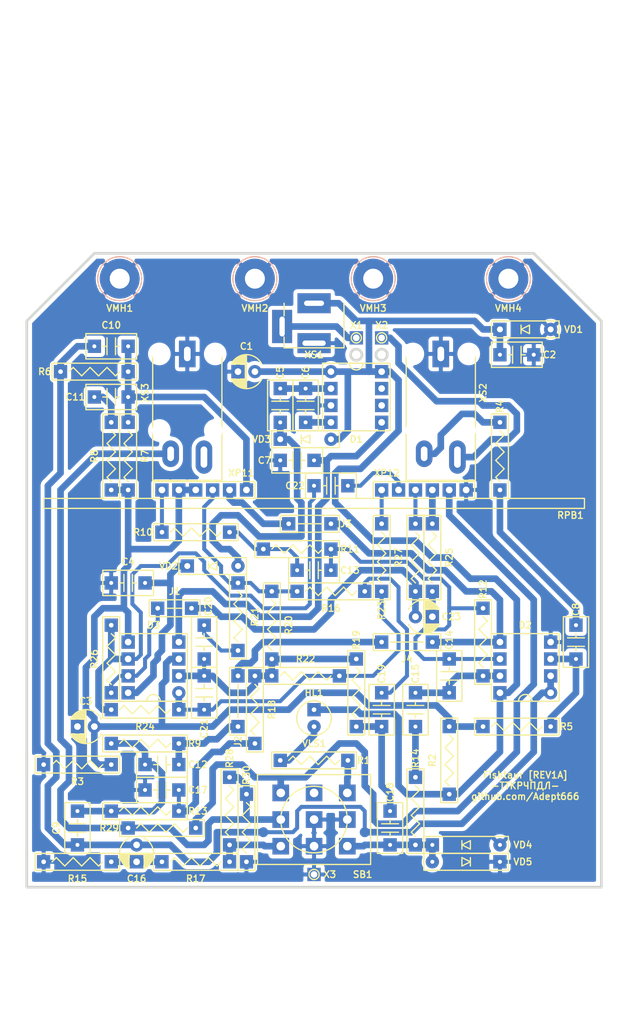
<source format=kicad_pcb>
(kicad_pcb (version 20171130) (host pcbnew 5.1.12-84ad8e8a86~92~ubuntu20.04.1)
  (title_block (title ТКП-1.21.A-1) (date 2025-06-25) (rev 1A) (company "Fishtaur [REV1A]") (comment 1 http://github.com/Adept666) (comment 2 "Igor Ivanov (Игорь Иванов)") (comment 3 -ТТКРЧПДЛ-) (comment 4 "This project is licensed under GNU General Public License v3.0 or later"))
  (layers (0 F.Cu jumper) (31 B.Cu signal) (37 F.SilkS user) (38 B.Mask user) (44 Edge.Cuts user))
  (net 0 "")
  (net 1 COM)
  (net 2 "Net-(HL1-PadC)")
  (net 3 /LED)
  (net 4 /PP3-POS)
  (net 5 /PP3-NEG)
  (net 6 /BYPASS)
  (net 7 "Net-(SB1-PadNO2)")
  (net 8 /OUT)
  (net 9 /IN)
  (net 10 /J2)
  (net 11 /J1)
  (net 12 VREF)
  (net 13 VA)
  (net 14 /LED-CIR)
  (net 15 VC)
  (net 16 VB)
  (net 17 /EFFECT)
  (net 18 "Net-(XS3-PadR/TN)")
  (net 19 "Net-(D1-Pad6)")
  (net 20 "Net-(D1-Pad7)")
  (net 21 "Net-(R10-Pad2)")
  (net 22 "Net-(R16-Pad1)")
  (net 23 "Net-(R23-Pad2)")
  (net 24 "Net-(C5-Pad1)")
  (net 25 "Net-(C5-Pad2)")
  (net 26 "Net-(C6-Pad2)")
  (net 27 "Net-(C8-Pad1)")
  (net 28 "Net-(C8-Pad2)")
  (net 29 "Net-(C10-Pad1)")
  (net 30 "Net-(C12-Pad1)")
  (net 31 "Net-(C10-Pad2)")
  (net 32 "Net-(C11-Pad2)")
  (net 33 "Net-(C13-Pad1)")
  (net 34 "Net-(C13-Pad2)")
  (net 35 "Net-(C14-Pad2)")
  (net 36 "Net-(C15-Pad2)")
  (net 37 "Net-(C16-Pad-)")
  (net 38 "Net-(C17-Pad1)")
  (net 39 "Net-(C18-Pad2)")
  (net 40 "Net-(C19-Pad2)")
  (net 41 "Net-(C20-Pad1)")
  (net 42 "Net-(C20-Pad2)")
  (net 43 "Net-(C21-Pad2)")
  (net 44 "Net-(C22-Pad1)")
  (net 45 "Net-(C22-Pad2)")
  (net 46 "Net-(C23-Pad-)")
  (net 47 "Net-(R25-Pad2)")
  (net 48 "Net-(R27-Pad1)")
  (module KCL-TH-SL:CON-PAD-S-1.0-2.0 (layer F.Cu) (at 115.57 105.41)
    (fp_text reference X2 (at 0 -1.905) (layer F.SilkS) (effects (font (thickness 0.2))))
    (fp_text value -)
    (pad 1 thru_hole rect (at 0 0) (size 2 2) (drill 1) (layers B.Cu B.Mask) (net 5 /PP3-NEG))
  )
  (module KCL-TH-SL:CON-PAD-S-1.0-2.0 (layer F.Cu) (at 111.76 105.41)
    (fp_text reference X1 (at 0 -1.905) (layer F.SilkS) (effects (font (thickness 0.2))))
    (fp_text value +)
    (pad 1 thru_hole rect (at 0 0) (size 2 2) (drill 1) (layers B.Cu B.Mask) (net 4 /PP3-POS))
  )
  (module KCL-TH-SL:CON-PAD-S-1.0-2.0 (layer F.Cu) (at 105.41 186.055)
    (fp_text reference X3 (at 1.27 0) (layer F.SilkS) (effects (font (thickness 0.2)) (justify left)))
    (fp_text value COM)
    (pad 1 thru_hole rect (at 0 0) (size 2 2) (drill 1) (layers B.Cu B.Mask) (net 1 COM))
  )
  (module KCL-TH-SL:VMH-STA-DA5-PNL-3.0 (layer F.Cu) (at 134.62 96.52)
    (fp_text reference VMH4 (at 0 4.445) (layer F.SilkS) (effects (font (thickness 0.2))))
    (fp_text value DI5M3x18)
    (pad 0 thru_hole circle (at 0 0) (size 6 6) (drill 3) (layers B.Cu B.Mask) (net 1 COM))
  )
  (module KCL-TH-SL:VMH-STA-DA5-PNL-3.0 (layer F.Cu) (at 114.3 96.52)
    (fp_text reference VMH3 (at 0 4.445) (layer F.SilkS) (effects (font (thickness 0.2))))
    (fp_text value DI5M3x18)
    (pad 0 thru_hole circle (at 0 0) (size 6 6) (drill 3) (layers B.Cu B.Mask) (net 1 COM))
  )
  (module KCL-TH-SL:VMH-STA-DA5-PNL-3.0 (layer F.Cu) (at 96.52 96.52)
    (fp_text reference VMH2 (at 0 4.445) (layer F.SilkS) (effects (font (thickness 0.2))))
    (fp_text value DI5M3x18)
    (pad 0 thru_hole circle (at 0 0) (size 6 6) (drill 3) (layers B.Cu B.Mask) (net 1 COM))
  )
  (module KCL-TH-SL:VMH-STA-DA5-PNL-3.0 (layer F.Cu) (at 76.2 96.52)
    (fp_text reference VMH1 (at 0 4.445) (layer F.SilkS) (effects (font (thickness 0.2))))
    (fp_text value DI5M3x18)
    (pad 0 thru_hole circle (at 0 0) (size 6 6) (drill 3) (layers B.Cu B.Mask) (net 1 COM))
  )
  (module KCL-VIRTUAL:B-PP3-HV (layer F.Cu) (at 105.41 196.85)
    (fp_text reference GB1 hide)
    (fp_text value PP3 hide)
  )
  (module SBKCL-TH-SL:RPB-1590BB-18-3x17-DUAL-SINGLE-SINGLE-1.5-PNL-7.4-2.8 (layer F.Cu) (at 105.41 117.04)
    (fp_text reference RPB1 (at 40.64 15.04) (layer F.SilkS) (effects (font (thickness 0.2)) (justify right)))
    (fp_text value B100K-B10K-B10K)
    (fp_text user XP12 (at 8.89 8.69) (layer F.SilkS) (effects (font (thickness 0.2)) (justify left)))
    (fp_text user XP11 (at -8.89 8.69) (layer F.SilkS) (effects (font (thickness 0.2)) (justify right)))
    (pad 13 thru_hole rect (at -22.86 11.23) (size 2 2) (drill 1) (layers B.Cu B.Mask) (net 21 "Net-(R10-Pad2)"))
    (pad 31 thru_hole rect (at 22.86 11.23) (size 2 2) (drill 1) (layers B.Cu B.Mask) (net 1 COM))
    (pad 23 thru_hole rect (at 10.16 11.23) (size 2 2) (drill 1) (layers B.Cu B.Mask) (net 23 "Net-(R23-Pad2)"))
    (pad 22 thru_hole rect (at 12.7 11.23) (size 2 2) (drill 1) (layers B.Cu B.Mask) (net 44 "Net-(C22-Pad1)"))
    (pad 21 thru_hole rect (at 15.24 11.23) (size 2 2) (drill 1) (layers B.Cu B.Mask) (net 48 "Net-(R27-Pad1)"))
    (pad 33 thru_hole rect (at 17.78 11.23) (size 2 2) (drill 1) (layers B.Cu B.Mask) (net 47 "Net-(R25-Pad2)"))
    (pad 32 thru_hole rect (at 20.32 11.23) (size 2 2) (drill 1) (layers B.Cu B.Mask) (net 17 /EFFECT))
    (pad 14 thru_hole rect (at -10.16 11.23) (size 2 2) (drill 1) (layers B.Cu B.Mask) (net 31 "Net-(C10-Pad2)"))
    (pad 12 thru_hole rect (at -17.78 11.23) (size 2 2) (drill 1) (layers B.Cu B.Mask) (net 12 VREF))
    (pad 15 thru_hole rect (at -15.24 11.23) (size 2 2) (drill 1) (layers B.Cu B.Mask) (net 22 "Net-(R16-Pad1)"))
    (pad 16 thru_hole rect (at -20.32 11.23) (size 2 2) (drill 1) (layers B.Cu B.Mask) (net 12 VREF))
    (pad 11 thru_hole rect (at -12.7 11.23) (size 2 2) (drill 1) (layers B.Cu B.Mask) (net 10 /J2))
  )
  (module KCL-TH-SL:LED-ROUND-05.0-UNI-SH-SPACER-PNL-5.3 (layer F.Cu) (at 105.41 162.56 90)
    (fp_text reference HL1 (at 3.81 0 180) (layer F.SilkS) (effects (font (thickness 0.2))))
    (fp_text value FYL-5013UWC)
    (pad C thru_hole circle (at -1.27 0 90) (size 2 2) (drill 0.7) (layers B.Cu B.Mask) (net 2 "Net-(HL1-PadC)"))
    (pad A thru_hole rect (at 1.27 0 90) (size 2 2) (drill 0.7) (layers B.Cu B.Mask) (net 13 VA))
  )
  (module KCL-TH-SL:SW-PBS-24-302SP-2.5-PNL-13.0 (layer F.Cu) (at 105.41 177.8)
    (fp_text reference SB1 (at 8.89 8.255) (layer F.SilkS) (effects (font (thickness 0.2)) (justify right)))
    (fp_text value PBS-24-302SP)
    (pad COM3 thru_hole rect (at 5 0) (size 2.5 2.5) (drill 1.3) (layers B.Cu B.Mask) (net 1 COM))
    (pad NC3 thru_hole rect (at 5 4) (size 2.5 2.5) (drill 1.3) (layers B.Cu B.Mask) (net 14 /LED-CIR))
    (pad NO3 thru_hole rect (at 5 -4) (size 2.5 2.5) (drill 1.3) (layers B.Cu B.Mask) (net 3 /LED))
    (pad COM2 thru_hole rect (at 0 0) (size 2.5 2.5) (drill 1.3) (layers B.Cu B.Mask) (net 1 COM))
    (pad NC2 thru_hole rect (at 0 4) (size 2.5 2.5) (drill 1.3) (layers B.Cu B.Mask) (net 1 COM))
    (pad NO2 thru_hole rect (at 0 -4) (size 2.5 2.5) (drill 1.3) (layers B.Cu B.Mask) (net 7 "Net-(SB1-PadNO2)"))
    (pad NO1 thru_hole rect (at -5 -4) (size 2.5 2.5) (drill 1.3) (layers B.Cu B.Mask) (net 17 /EFFECT))
    (pad COM1 thru_hole rect (at -5 0) (size 2.5 2.5) (drill 1.3) (layers B.Cu B.Mask) (net 8 /OUT))
    (pad NC1 thru_hole rect (at -5 4) (size 2.5 2.5) (drill 1.3) (layers B.Cu B.Mask) (net 6 /BYPASS))
  )
  (module SBEL:1590BB_B1 (layer F.Cu) (at 105.41 148.59)
    (fp_text reference VE1 hide)
    (fp_text value 1590BB hide)
  )
  (module SBKCL-TH-SL:CON-ST-008X-04-OR-ST-008X-05 (layer F.Cu) (at 86.36 100.33 180)
    (fp_text reference XS3 (at 6.35 -13.335 90) (layer F.SilkS) (effects (font (thickness 0.2))))
    (fp_text value ST-008S-05)
    (pad "" np_thru_hole circle (at 4.2 -7.5 180) (size 2.2 2.2) (drill 2.2) (layers *.Cu *.Mask))
    (pad "" np_thru_hole circle (at -4.2 -7.5 180) (size 2.2 2.2) (drill 2.2) (layers *.Cu *.Mask))
    (pad "" np_thru_hole circle (at 4.2 -19 180) (size 2.2 2.2) (drill 2.2) (layers *.Cu *.Mask))
    (pad R/TN thru_hole oval (at -2.5 -23 180) (size 2.5 5) (drill oval 1 3.2) (layers B.Cu B.Mask) (net 18 "Net-(XS3-PadR/TN)"))
    (pad T thru_hole oval (at 2.5 -22.5 180) (size 2.5 4) (drill oval 1 2.2) (layers B.Cu B.Mask) (net 8 /OUT))
    (pad S thru_hole rect (at 0 -7.5 180) (size 2.5 4) (drill oval 1 2.2) (layers B.Cu B.Mask) (net 1 COM))
    (pad "" np_thru_hole circle (at -4.2 -19 180) (size 2.2 2.2) (drill 2.2) (layers *.Cu *.Mask))
  )
  (module SBKCL-TH-SL:CON-ST-008X-04-OR-ST-008X-05 (layer F.Cu) (at 124.46 100.33 180)
    (fp_text reference XS2 (at -6.35 -13.335 90) (layer F.SilkS) (effects (font (thickness 0.2))))
    (fp_text value ST-008S-04)
    (pad "" np_thru_hole circle (at 4.2 -7.5 180) (size 2.2 2.2) (drill 2.2) (layers *.Cu *.Mask))
    (pad "" np_thru_hole circle (at -4.2 -7.5 180) (size 2.2 2.2) (drill 2.2) (layers *.Cu *.Mask))
    (pad "" np_thru_hole circle (at 4.2 -19 180) (size 2.2 2.2) (drill 2.2) (layers *.Cu *.Mask))
    (pad R/TN thru_hole oval (at -2.5 -23 180) (size 2.5 5) (drill oval 1 3.2) (layers B.Cu B.Mask) (net 5 /PP3-NEG))
    (pad T thru_hole oval (at 2.5 -22.5 180) (size 2.5 4) (drill oval 1 2.2) (layers B.Cu B.Mask) (net 9 /IN))
    (pad S thru_hole rect (at 0 -7.5 180) (size 2.5 4) (drill oval 1 2.2) (layers B.Cu B.Mask) (net 1 COM))
    (pad "" np_thru_hole circle (at -4.2 -19 180) (size 2.2 2.2) (drill 2.2) (layers *.Cu *.Mask))
  )
  (module KCL-VIRTUAL:VLS-BR (layer F.Cu) (at 105.41 162.56)
    (fp_text reference VLS1 (at 0 3.81) (layer F.SilkS) (effects (font (thickness 0.2))))
    (fp_text value BR-12.7)
  )
  (module KCL-TH-SL:C-DISK-D04.2-T03.0-P05.08-d0.5 (layer F.Cu) (at 135.89 107.95)
    (fp_text reference C2 (at 3.81 0 180) (layer F.SilkS) (effects (font (thickness 0.2)) (justify left)))
    (fp_text value 104)
    (pad 1 thru_hole rect (at -2.54 0) (size 2 2) (drill 0.6) (layers B.Cu B.Mask) (net 13 VA))
    (pad 2 thru_hole rect (at 2.54 0) (size 2 2) (drill 0.6) (layers B.Cu B.Mask) (net 1 COM))
  )
  (module KCL-TH-SL:CP-RADIAL-D05.0-P02.0-CLS (layer F.Cu) (at 95.25 110.49 180)
    (fp_text reference C1 (at 0 3.81 180) (layer F.SilkS) (effects (font (thickness 0.2))))
    (fp_text value 476)
    (pad + thru_hole circle (at -1.27 0 180) (size 2 2) (drill 1) (layers B.Cu B.Mask) (net 13 VA))
    (pad - thru_hole rect (at 1.27 0 180) (size 2 2) (drill 1) (layers B.Cu B.Mask) (net 1 COM))
  )
  (module KCL-TH-SL:CON-DC-005 (layer F.Cu) (at 105.41 92.71 180)
    (fp_text reference XS1 (at 0 -15.24) (layer F.SilkS) (effects (font (thickness 0.2))))
    (fp_text value DC-005)
    (pad C thru_hole rect (at 0 -13.5 180) (size 5 3) (drill oval 3.5 0.8) (layers B.Cu B.Mask) (net 1 COM))
    (pad SN thru_hole rect (at 4.8 -11 180) (size 3 5) (drill oval 0.8 3) (layers B.Cu B.Mask) (net 4 /PP3-POS))
    (pad S thru_hole rect (at 0 -7.5 180) (size 5 3) (drill oval 3 0.8) (layers B.Cu B.Mask) (net 13 VA))
  )
  (module KCL-TH-SL:R-MFR-25 (layer F.Cu) (at 105.41 168.91 180)
    (fp_text reference R1 (at -6.35 0) (layer F.SilkS) (effects (font (thickness 0.2)) (justify left)))
    (fp_text value 103)
    (pad 1 thru_hole rect (at -5.08 0 180) (size 2 2) (drill 0.7) (layers B.Cu B.Mask) (net 3 /LED))
    (pad 2 thru_hole rect (at 5.08 0 180) (size 2 2) (drill 0.7) (layers B.Cu B.Mask) (net 2 "Net-(HL1-PadC)"))
  )
  (module KCL-TH-SL:R-MFR-25 (layer F.Cu) (at 95.25 179.07 90)
    (fp_text reference R30 (at 6.35 0 90) (layer F.SilkS) (effects (font (thickness 0.2)) (justify left)))
    (fp_text value 104)
    (pad 1 thru_hole rect (at -5.08 0 90) (size 2 2) (drill 0.7) (layers B.Cu B.Mask) (net 1 COM))
    (pad 2 thru_hole rect (at 5.08 0 90) (size 2 2) (drill 0.7) (layers B.Cu B.Mask) (net 8 /OUT))
  )
  (module KCL-TH-SL:P-DIP-08 (layer F.Cu) (at 137.16 154.94 180)
    (fp_text reference D2 (at 0 6.35) (layer F.SilkS) (effects (font (thickness 0.2))))
    (fp_text value 072)
    (pad 1 thru_hole circle (at -3.81 -3.81 180) (size 2 2) (drill 1) (layers B.Cu B.Mask) (net 29 "Net-(C10-Pad1)"))
    (pad 2 thru_hole rect (at -3.81 -1.27 180) (size 2 2) (drill 1) (layers B.Cu B.Mask) (net 29 "Net-(C10-Pad1)"))
    (pad 3 thru_hole rect (at -3.81 1.27 180) (size 2 2) (drill 1) (layers B.Cu B.Mask) (net 28 "Net-(C8-Pad2)"))
    (pad 4 thru_hole rect (at -3.81 3.81 180) (size 2 2) (drill 1) (layers B.Cu B.Mask) (net 1 COM))
    (pad 5 thru_hole rect (at 3.81 3.81 180) (size 2 2) (drill 1) (layers B.Cu B.Mask) (net 10 /J2))
    (pad 6 thru_hole rect (at 3.81 1.27 180) (size 2 2) (drill 1) (layers B.Cu B.Mask) (net 34 "Net-(C13-Pad2)"))
    (pad 7 thru_hole rect (at 3.81 -1.27 180) (size 2 2) (drill 1) (layers B.Cu B.Mask) (net 35 "Net-(C14-Pad2)"))
    (pad 8 thru_hole rect (at 3.81 -3.81 180) (size 2 2) (drill 1) (layers B.Cu B.Mask) (net 13 VA))
  )
  (module KCL-TH-SL:C-DISK-D04.2-T03.0-P05.08-d0.5 (layer F.Cu) (at 144.78 151.13 270)
    (fp_text reference C8 (at -3.81 0 90) (layer F.SilkS) (effects (font (thickness 0.2)) (justify left)))
    (fp_text value 104)
    (pad 1 thru_hole rect (at -2.54 0 270) (size 2 2) (drill 0.6) (layers B.Cu B.Mask) (net 27 "Net-(C8-Pad1)"))
    (pad 2 thru_hole rect (at 2.54 0 270) (size 2 2) (drill 0.6) (layers B.Cu B.Mask) (net 28 "Net-(C8-Pad2)"))
  )
  (module KCL-TH-SL:C-DISK-D04.2-T03.0-P05.08-d0.5 (layer F.Cu) (at 82.55 169.545)
    (fp_text reference C12 (at 3.81 0) (layer F.SilkS) (effects (font (thickness 0.2)) (justify left)))
    (fp_text value 683)
    (pad 1 thru_hole rect (at -2.54 0) (size 2 2) (drill 0.6) (layers B.Cu B.Mask) (net 30 "Net-(C12-Pad1)"))
    (pad 2 thru_hole rect (at 2.54 0) (size 2 2) (drill 0.6) (layers B.Cu B.Mask) (net 10 /J2))
  )
  (module KCL-TH-SL:C-DISK-D04.2-T03.0-P05.08-d0.5 (layer F.Cu) (at 105.41 140.335)
    (fp_text reference C13 (at 3.81 0) (layer F.SilkS) (effects (font (thickness 0.2)) (justify left)))
    (fp_text value 823)
    (pad 1 thru_hole rect (at -2.54 0) (size 2 2) (drill 0.6) (layers B.Cu B.Mask) (net 33 "Net-(C13-Pad1)"))
    (pad 2 thru_hole rect (at 2.54 0) (size 2 2) (drill 0.6) (layers B.Cu B.Mask) (net 34 "Net-(C13-Pad2)"))
  )
  (module KCL-TH-SL:C-DISK-D04.2-T03.0-P05.08-d0.5 (layer F.Cu) (at 125.73 156.21 270)
    (fp_text reference C14 (at -3.81 0 90) (layer F.SilkS) (effects (font (thickness 0.2)) (justify left)))
    (fp_text value 391)
    (pad 1 thru_hole rect (at -2.54 0 270) (size 2 2) (drill 0.6) (layers B.Cu B.Mask) (net 34 "Net-(C13-Pad2)"))
    (pad 2 thru_hole rect (at 2.54 0 270) (size 2 2) (drill 0.6) (layers B.Cu B.Mask) (net 35 "Net-(C14-Pad2)"))
  )
  (module KCL-TH-SL:C-DISK-D04.2-T03.0-P05.08-d0.5 (layer F.Cu) (at 120.65 161.29 270)
    (fp_text reference C15 (at -3.81 0 90) (layer F.SilkS) (effects (font (thickness 0.2)) (justify left)))
    (fp_text value 105)
    (pad 1 thru_hole rect (at -2.54 0 270) (size 2 2) (drill 0.6) (layers B.Cu B.Mask) (net 35 "Net-(C14-Pad2)"))
    (pad 2 thru_hole rect (at 2.54 0 270) (size 2 2) (drill 0.6) (layers B.Cu B.Mask) (net 36 "Net-(C15-Pad2)"))
  )
  (module KCL-TH-SL:C-DISK-D04.2-T03.0-P05.08-d0.5 (layer F.Cu) (at 116.84 179.07 90)
    (fp_text reference C18 (at 3.81 0 90) (layer F.SilkS) (effects (font (thickness 0.2)) (justify left)))
    (fp_text value 105)
    (pad 1 thru_hole rect (at -2.54 0 90) (size 2 2) (drill 0.6) (layers B.Cu B.Mask) (net 14 /LED-CIR))
    (pad 2 thru_hole rect (at 2.54 0 90) (size 2 2) (drill 0.6) (layers B.Cu B.Mask) (net 39 "Net-(C18-Pad2)"))
  )
  (module KCL-TH-SL:C-DISK-D04.2-T03.0-P05.08-d0.5 (layer F.Cu) (at 115.57 161.29 90)
    (fp_text reference C19 (at 3.81 0 90) (layer F.SilkS) (effects (font (thickness 0.2)) (justify left)))
    (fp_text value 222)
    (pad 1 thru_hole rect (at -2.54 0 90) (size 2 2) (drill 0.6) (layers B.Cu B.Mask) (net 39 "Net-(C18-Pad2)"))
    (pad 2 thru_hole rect (at 2.54 0 90) (size 2 2) (drill 0.6) (layers B.Cu B.Mask) (net 40 "Net-(C19-Pad2)"))
  )
  (module KCL-TH-SL:C-DISK-D04.2-T03.0-P05.08-d0.5 (layer F.Cu) (at 88.9 151.13 90)
    (fp_text reference C20 (at 3.81 0.635 90) (layer F.SilkS) (effects (font (thickness 0.2)) (justify left)))
    (fp_text value 223)
    (pad 1 thru_hole rect (at -2.54 0 90) (size 2 2) (drill 0.6) (layers B.Cu B.Mask) (net 41 "Net-(C20-Pad1)"))
    (pad 2 thru_hole rect (at 2.54 0 90) (size 2 2) (drill 0.6) (layers B.Cu B.Mask) (net 42 "Net-(C20-Pad2)"))
  )
  (module KCL-TH-SL:C-DISK-D04.2-T03.0-P05.08-d0.5 (layer F.Cu) (at 88.9 158.75 270)
    (fp_text reference C21 (at 3.81 0 90) (layer F.SilkS) (effects (font (thickness 0.2)) (justify right)))
    (fp_text value 821)
    (pad 1 thru_hole rect (at -2.54 0 270) (size 2 2) (drill 0.6) (layers B.Cu B.Mask) (net 41 "Net-(C20-Pad1)"))
    (pad 2 thru_hole rect (at 2.54 0 270) (size 2 2) (drill 0.6) (layers B.Cu B.Mask) (net 43 "Net-(C21-Pad2)"))
  )
  (module KCL-TH-SL:C-DISK-D04.2-T03.0-P05.08-d0.5 (layer F.Cu) (at 82.55 173.355 180)
    (fp_text reference C17 (at -3.81 0) (layer F.SilkS) (effects (font (thickness 0.2)) (justify left)))
    (fp_text value 105)
    (pad 1 thru_hole rect (at -2.54 0 180) (size 2 2) (drill 0.6) (layers B.Cu B.Mask) (net 38 "Net-(C17-Pad1)"))
    (pad 2 thru_hole rect (at 2.54 0 180) (size 2 2) (drill 0.6) (layers B.Cu B.Mask) (net 1 COM))
  )
  (module KCL-TH-SL:R-MFR-25 (layer F.Cu) (at 133.35 123.19 270)
    (fp_text reference R4 (at -6.35 0 90) (layer F.SilkS) (effects (font (thickness 0.2)) (justify left)))
    (fp_text value 103)
    (pad 1 thru_hole rect (at -5.08 0 270) (size 2 2) (drill 0.7) (layers B.Cu B.Mask) (net 9 /IN))
    (pad 2 thru_hole rect (at 5.08 0 270) (size 2 2) (drill 0.7) (layers B.Cu B.Mask) (net 27 "Net-(C8-Pad1)"))
  )
  (module KCL-TH-SL:R-MFR-25 (layer F.Cu) (at 135.89 163.83)
    (fp_text reference R5 (at 6.35 0) (layer F.SilkS) (effects (font (thickness 0.2)) (justify left)))
    (fp_text value 105)
    (pad 1 thru_hole rect (at -5.08 0) (size 2 2) (drill 0.7) (layers B.Cu B.Mask) (net 12 VREF))
    (pad 2 thru_hole rect (at 5.08 0) (size 2 2) (drill 0.7) (layers B.Cu B.Mask) (net 28 "Net-(C8-Pad2)"))
  )
  (module KCL-TH-SL:R-MFR-25 (layer F.Cu) (at 80.01 176.53)
    (fp_text reference R13 (at 6.35 0) (layer F.SilkS) (effects (font (thickness 0.2)) (justify left)))
    (fp_text value 152)
    (pad 1 thru_hole rect (at -5.08 0) (size 2 2) (drill 0.7) (layers B.Cu B.Mask) (net 30 "Net-(C12-Pad1)"))
    (pad 2 thru_hole rect (at 5.08 0) (size 2 2) (drill 0.7) (layers B.Cu B.Mask) (net 38 "Net-(C17-Pad1)"))
  )
  (module KCL-TH-SL:R-MFR-25 (layer F.Cu) (at 87.63 134.62 180)
    (fp_text reference R10 (at 6.35 0) (layer F.SilkS) (effects (font (thickness 0.2)) (justify right)))
    (fp_text value 202)
    (pad 1 thru_hole rect (at -5.08 0 180) (size 2 2) (drill 0.7) (layers B.Cu B.Mask) (net 33 "Net-(C13-Pad1)"))
    (pad 2 thru_hole rect (at 5.08 0 180) (size 2 2) (drill 0.7) (layers B.Cu B.Mask) (net 21 "Net-(R10-Pad2)"))
  )
  (module KCL-TH-SL:R-MFR-25 (layer F.Cu) (at 102.87 137.16)
    (fp_text reference R11 (at 6.35 0) (layer F.SilkS) (effects (font (thickness 0.2)) (justify left)))
    (fp_text value 153)
    (pad 1 thru_hole rect (at -5.08 0) (size 2 2) (drill 0.7) (layers B.Cu B.Mask) (net 33 "Net-(C13-Pad1)"))
    (pad 2 thru_hole rect (at 5.08 0) (size 2 2) (drill 0.7) (layers B.Cu B.Mask) (net 34 "Net-(C13-Pad2)"))
  )
  (module KCL-TH-SL:R-MFR-25 (layer F.Cu) (at 130.81 151.13 270)
    (fp_text reference R12 (at -6.35 0 90) (layer F.SilkS) (effects (font (thickness 0.2)) (justify left)))
    (fp_text value 434)
    (pad 1 thru_hole rect (at -5.08 0 270) (size 2 2) (drill 0.7) (layers B.Cu B.Mask) (net 34 "Net-(C13-Pad2)"))
    (pad 2 thru_hole rect (at 5.08 0 270) (size 2 2) (drill 0.7) (layers B.Cu B.Mask) (net 35 "Net-(C14-Pad2)"))
  )
  (module KCL-TH-SL:R-MFR-25 (layer F.Cu) (at 120.65 176.53 270)
    (fp_text reference R14 (at -6.35 0 90) (layer F.SilkS) (effects (font (thickness 0.2)) (justify left)))
    (fp_text value 102)
    (pad 1 thru_hole rect (at -5.08 0 270) (size 2 2) (drill 0.7) (layers B.Cu B.Mask) (net 36 "Net-(C15-Pad2)"))
    (pad 2 thru_hole rect (at 5.08 0 270) (size 2 2) (drill 0.7) (layers B.Cu B.Mask) (net 14 /LED-CIR))
  )
  (module KCL-TH-SL:R-MFR-25 (layer F.Cu) (at 107.95 143.51)
    (fp_text reference R16 (at 0 2.54) (layer F.SilkS) (effects (font (thickness 0.2))))
    (fp_text value 223)
    (pad 1 thru_hole rect (at -5.08 0) (size 2 2) (drill 0.7) (layers B.Cu B.Mask) (net 22 "Net-(R16-Pad1)"))
    (pad 2 thru_hole rect (at 5.08 0) (size 2 2) (drill 0.7) (layers B.Cu B.Mask) (net 40 "Net-(C19-Pad2)"))
  )
  (module KCL-TH-SL:R-MFR-25 (layer F.Cu) (at 111.76 158.75 90)
    (fp_text reference R19 (at 6.35 0 90) (layer F.SilkS) (effects (font (thickness 0.2)) (justify left)))
    (fp_text value 473)
    (pad 1 thru_hole rect (at -5.08 0 90) (size 2 2) (drill 0.7) (layers B.Cu B.Mask) (net 39 "Net-(C18-Pad2)"))
    (pad 2 thru_hole rect (at 5.08 0 90) (size 2 2) (drill 0.7) (layers B.Cu B.Mask) (net 41 "Net-(C20-Pad1)"))
  )
  (module KCL-TH-SL:R-MFR-25 (layer F.Cu) (at 99.06 148.59 270)
    (fp_text reference R20 (at 0 -2.54 90) (layer F.SilkS) (effects (font (thickness 0.2))))
    (fp_text value 273)
    (pad 1 thru_hole rect (at -5.08 0 270) (size 2 2) (drill 0.7) (layers B.Cu B.Mask) (net 22 "Net-(R16-Pad1)"))
    (pad 2 thru_hole rect (at 5.08 0 270) (size 2 2) (drill 0.7) (layers B.Cu B.Mask) (net 41 "Net-(C20-Pad1)"))
  )
  (module KCL-TH-SL:R-MFR-25 (layer F.Cu) (at 93.98 147.32 270)
    (fp_text reference R21 (at 0 -2.54 90) (layer F.SilkS) (effects (font (thickness 0.2))))
    (fp_text value 123)
    (pad 1 thru_hole rect (at -5.08 0 270) (size 2 2) (drill 0.7) (layers B.Cu B.Mask) (net 22 "Net-(R16-Pad1)"))
    (pad 2 thru_hole rect (at 5.08 0 270) (size 2 2) (drill 0.7) (layers B.Cu B.Mask) (net 42 "Net-(C20-Pad2)"))
  )
  (module KCL-TH-SL:R-MFR-25 (layer F.Cu) (at 96.52 161.29 90)
    (fp_text reference R18 (at 0 2.54 90) (layer F.SilkS) (effects (font (thickness 0.2))))
    (fp_text value 153)
    (pad 1 thru_hole rect (at -5.08 0 90) (size 2 2) (drill 0.7) (layers B.Cu B.Mask) (net 38 "Net-(C17-Pad1)"))
    (pad 2 thru_hole rect (at 5.08 0 90) (size 2 2) (drill 0.7) (layers B.Cu B.Mask) (net 41 "Net-(C20-Pad1)"))
  )
  (module KCL-TH-SL:R-MFR-25 (layer F.Cu) (at 104.14 156.21)
    (fp_text reference R22 (at 0 -2.54) (layer F.SilkS) (effects (font (thickness 0.2))))
    (fp_text value 394)
    (pad 1 thru_hole rect (at -5.08 0) (size 2 2) (drill 0.7) (layers B.Cu B.Mask) (net 41 "Net-(C20-Pad1)"))
    (pad 2 thru_hole rect (at 5.08 0) (size 2 2) (drill 0.7) (layers B.Cu B.Mask) (net 43 "Net-(C21-Pad2)"))
  )
  (module KCL-TH-SL:P-DO-7 (layer F.Cu) (at 128.27 181.61 180)
    (fp_text reference VD4 (at -6.985 0) (layer F.SilkS) (effects (font (thickness 0.2)) (justify left)))
    (fp_text value Д9Б)
    (pad A thru_hole circle (at -5.08 0 180) (size 2 2) (drill 0.6) (layers B.Cu B.Mask) (net 1 COM))
    (pad C thru_hole rect (at 5.08 0 180) (size 2 2) (drill 0.6) (layers B.Cu B.Mask) (net 14 /LED-CIR))
  )
  (module KCL-TH-SL:P-DO-7 (layer F.Cu) (at 128.27 184.15)
    (fp_text reference VD5 (at 6.985 0) (layer F.SilkS) (effects (font (thickness 0.2)) (justify left)))
    (fp_text value Д9Б)
    (pad A thru_hole circle (at -5.08 0) (size 2 2) (drill 0.6) (layers B.Cu B.Mask) (net 14 /LED-CIR))
    (pad C thru_hole rect (at 5.08 0) (size 2 2) (drill 0.6) (layers B.Cu B.Mask) (net 1 COM))
  )
  (module KCL-TH-SL:C-DISK-D04.2-T03.0-P05.08-d0.5 (layer F.Cu) (at 69.85 179.07 90)
    (fp_text reference C9 (at 0 -3.175 90) (layer F.SilkS) (effects (font (thickness 0.2))))
    (fp_text value 104)
    (pad 1 thru_hole rect (at -2.54 0 90) (size 2 2) (drill 0.6) (layers B.Cu B.Mask) (net 29 "Net-(C10-Pad1)"))
    (pad 2 thru_hole rect (at 2.54 0 90) (size 2 2) (drill 0.6) (layers B.Cu B.Mask) (net 30 "Net-(C12-Pad1)"))
  )
  (module KCL-TH-SL:C-DISK-D04.2-T03.0-P05.08-d0.5 (layer F.Cu) (at 74.93 106.68)
    (fp_text reference C10 (at 0 -3.175) (layer F.SilkS) (effects (font (thickness 0.2))))
    (fp_text value 683)
    (pad 1 thru_hole rect (at -2.54 0) (size 2 2) (drill 0.6) (layers B.Cu B.Mask) (net 29 "Net-(C10-Pad1)"))
    (pad 2 thru_hole rect (at 2.54 0) (size 2 2) (drill 0.6) (layers B.Cu B.Mask) (net 31 "Net-(C10-Pad2)"))
  )
  (module KCL-TH-SL:C-DISK-D04.2-T03.0-P05.08-d0.5 (layer F.Cu) (at 74.93 114.3 180)
    (fp_text reference C11 (at 3.81 0) (layer F.SilkS) (effects (font (thickness 0.2)) (justify right)))
    (fp_text value 334)
    (pad 1 thru_hole rect (at -2.54 0 180) (size 2 2) (drill 0.6) (layers B.Cu B.Mask) (net 31 "Net-(C10-Pad2)"))
    (pad 2 thru_hole rect (at 2.54 0 180) (size 2 2) (drill 0.6) (layers B.Cu B.Mask) (net 32 "Net-(C11-Pad2)"))
  )
  (module KCL-TH-SL:CP-RADIAL-D05.0-P02.0-CLS (layer F.Cu) (at 78.74 182.88 270)
    (fp_text reference C16 (at 3.81 0) (layer F.SilkS) (effects (font (thickness 0.2))))
    (fp_text value 475)
    (pad + thru_hole circle (at -1.27 0 270) (size 2 2) (drill 1) (layers B.Cu B.Mask) (net 29 "Net-(C10-Pad1)"))
    (pad - thru_hole rect (at 1.27 0 270) (size 2 2) (drill 1) (layers B.Cu B.Mask) (net 37 "Net-(C16-Pad-)"))
  )
  (module KCL-TH-SL:R-MFR-25 (layer F.Cu) (at 69.85 184.15)
    (fp_text reference R15 (at 0 2.54) (layer F.SilkS) (effects (font (thickness 0.2))))
    (fp_text value 104)
    (pad 1 thru_hole rect (at -5.08 0) (size 2 2) (drill 0.7) (layers B.Cu B.Mask) (net 1 COM))
    (pad 2 thru_hole rect (at 5.08 0) (size 2 2) (drill 0.7) (layers B.Cu B.Mask) (net 37 "Net-(C16-Pad-)"))
  )
  (module KCL-TH-SL:R-MFR-25 (layer F.Cu) (at 87.63 184.15)
    (fp_text reference R17 (at 0 2.54) (layer F.SilkS) (effects (font (thickness 0.2))))
    (fp_text value 561)
    (pad 1 thru_hole rect (at -5.08 0) (size 2 2) (drill 0.7) (layers B.Cu B.Mask) (net 37 "Net-(C16-Pad-)"))
    (pad 2 thru_hole rect (at 5.08 0) (size 2 2) (drill 0.7) (layers B.Cu B.Mask) (net 6 /BYPASS))
  )
  (module KCL-TH-SL:R-MFR-25 (layer F.Cu) (at 72.39 110.49 180)
    (fp_text reference R6 (at 6.35 0) (layer F.SilkS) (effects (font (thickness 0.2)) (justify right)))
    (fp_text value 512)
    (pad 1 thru_hole rect (at -5.08 0 180) (size 2 2) (drill 0.7) (layers B.Cu B.Mask) (net 31 "Net-(C10-Pad2)"))
    (pad 2 thru_hole rect (at 5.08 0 180) (size 2 2) (drill 0.7) (layers B.Cu B.Mask) (net 29 "Net-(C10-Pad1)"))
  )
  (module KCL-TH-SL:R-MFR-25 (layer F.Cu) (at 77.47 123.19 90)
    (fp_text reference R7 (at 0 2.54 90) (layer F.SilkS) (effects (font (thickness 0.2))))
    (fp_text value 152)
    (pad 1 thru_hole rect (at -5.08 0 90) (size 2 2) (drill 0.7) (layers B.Cu B.Mask) (net 12 VREF))
    (pad 2 thru_hole rect (at 5.08 0 90) (size 2 2) (drill 0.7) (layers B.Cu B.Mask) (net 31 "Net-(C10-Pad2)"))
  )
  (module KCL-TH-SL:R-MFR-25 (layer F.Cu) (at 74.93 123.19 90)
    (fp_text reference R8 (at 0 -2.54 90) (layer F.SilkS) (effects (font (thickness 0.2))))
    (fp_text value 102)
    (pad 1 thru_hole rect (at -5.08 0 90) (size 2 2) (drill 0.7) (layers B.Cu B.Mask) (net 12 VREF))
    (pad 2 thru_hole rect (at 5.08 0 90) (size 2 2) (drill 0.7) (layers B.Cu B.Mask) (net 32 "Net-(C11-Pad2)"))
  )
  (module KCL-TH-SL:R-MFR-25 (layer F.Cu) (at 115.57 138.43 90)
    (fp_text reference R23 (at -6.35 0 90) (layer F.SilkS) (effects (font (thickness 0.2)) (justify right)))
    (fp_text value 182)
    (pad 1 thru_hole rect (at -5.08 0 90) (size 2 2) (drill 0.7) (layers B.Cu B.Mask) (net 43 "Net-(C21-Pad2)"))
    (pad 2 thru_hole rect (at 5.08 0 90) (size 2 2) (drill 0.7) (layers B.Cu B.Mask) (net 23 "Net-(R23-Pad2)"))
  )
  (module KCL-TH-SL:R-MFR-25 (layer F.Cu) (at 80.01 161.29 180)
    (fp_text reference R24 (at 0 -2.54) (layer F.SilkS) (effects (font (thickness 0.2))))
    (fp_text value 104)
    (pad 1 thru_hole rect (at -5.08 0 180) (size 2 2) (drill 0.7) (layers B.Cu B.Mask) (net 43 "Net-(C21-Pad2)"))
    (pad 2 thru_hole rect (at 5.08 0 180) (size 2 2) (drill 0.7) (layers B.Cu B.Mask) (net 45 "Net-(C22-Pad2)"))
  )
  (module KCL-TH-SL:C-DISK-D04.2-T03.0-P05.08-d0.5 (layer F.Cu) (at 107.95 127.635 180)
    (fp_text reference C22 (at 3.81 0) (layer F.SilkS) (effects (font (thickness 0.2)) (justify right)))
    (fp_text value 392)
    (pad 1 thru_hole rect (at -2.54 0 180) (size 2 2) (drill 0.6) (layers B.Cu B.Mask) (net 44 "Net-(C22-Pad1)"))
    (pad 2 thru_hole rect (at 2.54 0 180) (size 2 2) (drill 0.6) (layers B.Cu B.Mask) (net 45 "Net-(C22-Pad2)"))
  )
  (module KCL-TH-SL:CP-RADIAL-D05.0-P02.0-CLS (layer F.Cu) (at 121.92 147.32)
    (fp_text reference C23 (at 2.54 0) (layer F.SilkS) (effects (font (thickness 0.2)) (justify left)))
    (fp_text value 475)
    (pad + thru_hole circle (at -1.27 0) (size 2 2) (drill 1) (layers B.Cu B.Mask) (net 11 /J1))
    (pad - thru_hole rect (at 1.27 0) (size 2 2) (drill 1) (layers B.Cu B.Mask) (net 46 "Net-(C23-Pad-)"))
  )
  (module KCL-TH-SL:R-MFR-25 (layer F.Cu) (at 123.19 138.43 90)
    (fp_text reference R25 (at 0 2.54 90) (layer F.SilkS) (effects (font (thickness 0.2))))
    (fp_text value 561)
    (pad 2 thru_hole rect (at 5.08 0 90) (size 2 2) (drill 0.7) (layers B.Cu B.Mask) (net 47 "Net-(R25-Pad2)"))
    (pad 1 thru_hole rect (at -5.08 0 90) (size 2 2) (drill 0.7) (layers B.Cu B.Mask) (net 46 "Net-(C23-Pad-)"))
  )
  (module KCL-TH-SL:R-MFR-25 (layer F.Cu) (at 120.65 138.43 270)
    (fp_text reference R27 (at 0 2.54 270) (layer F.SilkS) (effects (font (thickness 0.2))))
    (fp_text value 472)
    (pad 1 thru_hole rect (at -5.08 0 270) (size 2 2) (drill 0.7) (layers B.Cu B.Mask) (net 48 "Net-(R27-Pad1)"))
    (pad 2 thru_hole rect (at 5.08 0 270) (size 2 2) (drill 0.7) (layers B.Cu B.Mask) (net 11 /J1))
  )
  (module KCL-TH-SL:P-DIP-08 (layer F.Cu) (at 111.76 114.3)
    (fp_text reference D1 (at 0 6.35) (layer F.SilkS) (effects (font (thickness 0.2))))
    (fp_text value 7660S)
    (pad 1 thru_hole circle (at -3.81 -3.81) (size 2 2) (drill 1) (layers B.Cu B.Mask) (net 13 VA))
    (pad 2 thru_hole rect (at -3.81 -1.27) (size 2 2) (drill 1) (layers B.Cu B.Mask) (net 25 "Net-(C5-Pad2)"))
    (pad 3 thru_hole rect (at -3.81 1.27) (size 2 2) (drill 1) (layers B.Cu B.Mask) (net 1 COM))
    (pad 4 thru_hole rect (at -3.81 3.81) (size 2 2) (drill 1) (layers B.Cu B.Mask) (net 26 "Net-(C6-Pad2)"))
    (pad 5 thru_hole rect (at 3.81 3.81) (size 2 2) (drill 1) (layers B.Cu B.Mask) (net 15 VC))
    (pad 6 thru_hole rect (at 3.81 1.27) (size 2 2) (drill 1) (layers B.Cu B.Mask) (net 19 "Net-(D1-Pad6)"))
    (pad 7 thru_hole rect (at 3.81 -1.27) (size 2 2) (drill 1) (layers B.Cu B.Mask) (net 20 "Net-(D1-Pad7)"))
    (pad 8 thru_hole rect (at 3.81 -3.81) (size 2 2) (drill 1) (layers B.Cu B.Mask) (net 13 VA))
  )
  (module KCL-TH-SL:R-MFR-25 (layer F.Cu) (at 92.71 176.53 90)
    (fp_text reference R28 (at 6.35 0 90) (layer F.SilkS) (effects (font (thickness 0.2)) (justify left)))
    (fp_text value 683)
    (pad 1 thru_hole rect (at -5.08 0 90) (size 2 2) (drill 0.7) (layers B.Cu B.Mask) (net 6 /BYPASS))
    (pad 2 thru_hole rect (at 5.08 0 90) (size 2 2) (drill 0.7) (layers B.Cu B.Mask) (net 8 /OUT))
  )
  (module KCL-TH-SL:R-MFR-25 (layer F.Cu) (at 82.55 179.07 180)
    (fp_text reference R29 (at 6.35 0) (layer F.SilkS) (effects (font (thickness 0.2)) (justify right)))
    (fp_text value 683)
    (pad 1 thru_hole rect (at -5.08 0 180) (size 2 2) (drill 0.7) (layers B.Cu B.Mask) (net 17 /EFFECT))
    (pad 2 thru_hole rect (at 5.08 0 180) (size 2 2) (drill 0.7) (layers B.Cu B.Mask) (net 8 /OUT))
  )
  (module KCL-TH-SL:CP-RADIAL-D05.0-P02.0-CLS (layer F.Cu) (at 71.12 163.83 180)
    (fp_text reference C3 (at 0 3.81) (layer F.SilkS) (effects (font (thickness 0.2))))
    (fp_text value 476)
    (pad + thru_hole circle (at -1.27 0 180) (size 2 2) (drill 1) (layers B.Cu B.Mask) (net 12 VREF))
    (pad - thru_hole rect (at 1.27 0 180) (size 2 2) (drill 1) (layers B.Cu B.Mask) (net 1 COM))
  )
  (module KCL-TH-SL:C-DISK-D04.2-T03.0-P05.08-d0.5 (layer F.Cu) (at 102.87 123.825)
    (fp_text reference C7 (at -3.81 0) (layer F.SilkS) (effects (font (thickness 0.2)) (justify right)))
    (fp_text value 105)
    (pad 1 thru_hole rect (at -2.54 0) (size 2 2) (drill 0.6) (layers B.Cu B.Mask) (net 1 COM))
    (pad 2 thru_hole rect (at 2.54 0) (size 2 2) (drill 0.6) (layers B.Cu B.Mask) (net 15 VC))
  )
  (module KCL-TH-SL:C-DISK-D04.2-T03.0-P05.08-d0.5 (layer F.Cu) (at 100.33 115.57 90)
    (fp_text reference C5 (at 3.81 0 90) (layer F.SilkS) (effects (font (thickness 0.2)) (justify left)))
    (fp_text value 105)
    (pad 1 thru_hole rect (at -2.54 0 90) (size 2 2) (drill 0.6) (layers B.Cu B.Mask) (net 24 "Net-(C5-Pad1)"))
    (pad 2 thru_hole rect (at 2.54 0 90) (size 2 2) (drill 0.6) (layers B.Cu B.Mask) (net 25 "Net-(C5-Pad2)"))
  )
  (module KCL-TH-SL:C-DISK-D04.2-T03.0-P05.08-d0.5 (layer F.Cu) (at 77.47 142.24 180)
    (fp_text reference C4 (at 0 3.175) (layer F.SilkS) (effects (font (thickness 0.2))))
    (fp_text value 105)
    (pad 1 thru_hole rect (at -2.54 0 180) (size 2 2) (drill 0.6) (layers B.Cu B.Mask) (net 16 VB))
    (pad 2 thru_hole rect (at 2.54 0 180) (size 2 2) (drill 0.6) (layers B.Cu B.Mask) (net 1 COM))
  )
  (module KCL-TH-SL:C-DISK-D04.2-T03.0-P05.08-d0.5 (layer F.Cu) (at 104.14 115.57 270)
    (fp_text reference C6 (at -3.81 0 90) (layer F.SilkS) (effects (font (thickness 0.2)) (justify left)))
    (fp_text value 105)
    (pad 1 thru_hole rect (at -2.54 0 270) (size 2 2) (drill 0.6) (layers B.Cu B.Mask) (net 25 "Net-(C5-Pad2)"))
    (pad 2 thru_hole rect (at 2.54 0 270) (size 2 2) (drill 0.6) (layers B.Cu B.Mask) (net 26 "Net-(C6-Pad2)"))
  )
  (module KCL-TH-SL:R-MFR-25 (layer F.Cu) (at 125.73 168.91 270)
    (fp_text reference R2 (at 0 2.54 90) (layer F.SilkS) (effects (font (thickness 0.2))))
    (fp_text value 273)
    (pad 1 thru_hole rect (at -5.08 0 270) (size 2 2) (drill 0.7) (layers B.Cu B.Mask) (net 12 VREF))
    (pad 2 thru_hole rect (at 5.08 0 270) (size 2 2) (drill 0.7) (layers B.Cu B.Mask) (net 13 VA))
  )
  (module KCL-TH-SL:R-MFR-25 (layer F.Cu) (at 69.85 169.545)
    (fp_text reference R3 (at 0 2.54) (layer F.SilkS) (effects (font (thickness 0.2))))
    (fp_text value 273)
    (pad 1 thru_hole rect (at -5.08 0) (size 2 2) (drill 0.7) (layers B.Cu B.Mask) (net 1 COM))
    (pad 2 thru_hole rect (at 5.08 0) (size 2 2) (drill 0.7) (layers B.Cu B.Mask) (net 12 VREF))
  )
  (module KCL-TH-SL:P-DO-41 (layer F.Cu) (at 137.16 104.14 180)
    (fp_text reference VD1 (at -5.715 0) (layer F.SilkS) (effects (font (thickness 0.2)) (justify left)))
    (fp_text value 4742A)
    (pad A thru_hole circle (at -3.81 0 180) (size 2 2) (drill 0.9) (layers B.Cu B.Mask) (net 1 COM))
    (pad C thru_hole rect (at 3.81 0 180) (size 2 2) (drill 0.9) (layers B.Cu B.Mask) (net 13 VA))
  )
  (module KCL-TH-SL:P-DO-41 (layer F.Cu) (at 104.14 120.65 180)
    (fp_text reference VD3 (at 5.08 0) (layer F.SilkS) (effects (font (thickness 0.2)) (justify right)))
    (fp_text value 4001)
    (pad A thru_hole circle (at -3.81 0 180) (size 2 2) (drill 0.9) (layers B.Cu B.Mask) (net 13 VA))
    (pad C thru_hole rect (at 3.81 0 180) (size 2 2) (drill 0.9) (layers B.Cu B.Mask) (net 24 "Net-(C5-Pad1)"))
  )
  (module KCL-TH-SL:P-DO-41 (layer F.Cu) (at 90.17 139.7 180)
    (fp_text reference VD2 (at 5.08 0) (layer F.SilkS) (effects (font (thickness 0.2)) (justify right)))
    (fp_text value 4001)
    (pad A thru_hole circle (at -3.81 0 180) (size 2 2) (drill 0.9) (layers B.Cu B.Mask) (net 24 "Net-(C5-Pad1)"))
    (pad C thru_hole rect (at 3.81 0 180) (size 2 2) (drill 0.9) (layers B.Cu B.Mask) (net 16 VB))
  )
  (module KCL-TH-SL:R-MFR-25 (layer F.Cu) (at 80.01 166.37)
    (fp_text reference R9 (at 6.35 0 180) (layer F.SilkS) (effects (font (thickness 0.2)) (justify left)))
    (fp_text value 103)
    (pad 1 thru_hole rect (at -5.08 0) (size 2 2) (drill 0.7) (layers B.Cu B.Mask) (net 30 "Net-(C12-Pad1)"))
    (pad 2 thru_hole rect (at 5.08 0) (size 2 2) (drill 0.7) (layers B.Cu B.Mask) (net 10 /J2))
  )
  (module KCL-TH-SL:J-TH-d0.6-P06.35 (layer F.Cu) (at 104.775 133.35)
    (fp_text reference J3 (at 4.445 0) (layer F.SilkS) (effects (font (thickness 0.2)) (justify left)))
    (fp_text value 0.6)
    (pad J thru_hole rect (at -3.175 0) (size 2 2) (drill 0.7) (layers B.Cu B.Mask) (net 10 /J2))
    (pad J thru_hole rect (at 3.175 0) (size 2 2) (drill 0.7) (layers B.Cu B.Mask) (net 10 /J2))
  )
  (module KCL-TH-SL:R-MFR-25 (layer F.Cu) (at 74.93 153.67 270)
    (fp_text reference R26 (at 0 2.54 90) (layer F.SilkS) (effects (font (thickness 0.2))))
    (fp_text value 104)
    (pad 1 thru_hole rect (at -5.08 0 270) (size 2 2) (drill 0.7) (layers B.Cu B.Mask) (net 45 "Net-(C22-Pad2)"))
    (pad 2 thru_hole rect (at 5.08 0 270) (size 2 2) (drill 0.7) (layers B.Cu B.Mask) (net 11 /J1))
  )
  (module KCL-TH-SL:J-TH-d0.6-P05.08 (layer F.Cu) (at 84.455 146.05)
    (fp_text reference J1 (at 0 -2.54) (layer F.SilkS) (effects (font (thickness 0.2))))
    (fp_text value 0.6)
    (pad J thru_hole rect (at -2.54 0) (size 2 2) (drill 0.7) (layers B.Cu B.Mask) (net 11 /J1))
    (pad J thru_hole rect (at 2.54 0) (size 2 2) (drill 0.7) (layers B.Cu B.Mask) (net 11 /J1))
  )
  (module KCL-TH-SL:J-TH-d0.6-P07.62 (layer F.Cu) (at 93.98 160.02 90)
    (fp_text reference J2 (at -5.08 0 270) (layer F.SilkS) (effects (font (thickness 0.2)) (justify right)))
    (fp_text value 0.6)
    (pad J thru_hole rect (at 3.81 0 90) (size 2 2) (drill 0.7) (layers B.Cu B.Mask) (net 10 /J2))
    (pad J thru_hole rect (at -3.81 0 90) (size 2 2) (drill 0.7) (layers B.Cu B.Mask) (net 10 /J2))
  )
  (module KCL-TH-SL:J-TH-d0.6-P07.62 (layer F.Cu) (at 119.38 151.13)
    (fp_text reference J4 (at 0 2.54) (layer F.SilkS) (effects (font (thickness 0.2))))
    (fp_text value 0.6)
    (pad J thru_hole rect (at -3.81 0) (size 2 2) (drill 0.7) (layers B.Cu B.Mask) (net 10 /J2))
    (pad J thru_hole rect (at 3.81 0) (size 2 2) (drill 0.7) (layers B.Cu B.Mask) (net 10 /J2))
  )
  (module KCL-TH-SL:P-DIP-08 (layer F.Cu) (at 81.28 154.94 180)
    (fp_text reference D3 (at 0 6.35) (layer F.SilkS) (effects (font (thickness 0.2))))
    (fp_text value 072)
    (pad 1 thru_hole circle (at -3.81 -3.81 180) (size 2 2) (drill 1) (layers B.Cu B.Mask) (net 43 "Net-(C21-Pad2)"))
    (pad 2 thru_hole rect (at -3.81 -1.27 180) (size 2 2) (drill 1) (layers B.Cu B.Mask) (net 41 "Net-(C20-Pad1)"))
    (pad 3 thru_hole rect (at -3.81 1.27 180) (size 2 2) (drill 1) (layers B.Cu B.Mask) (net 12 VREF))
    (pad 4 thru_hole rect (at -3.81 3.81 180) (size 2 2) (drill 1) (layers B.Cu B.Mask) (net 15 VC))
    (pad 5 thru_hole rect (at 3.81 3.81 180) (size 2 2) (drill 1) (layers B.Cu B.Mask) (net 12 VREF))
    (pad 6 thru_hole rect (at 3.81 1.27 180) (size 2 2) (drill 1) (layers B.Cu B.Mask) (net 45 "Net-(C22-Pad2)"))
    (pad 7 thru_hole rect (at 3.81 -1.27 180) (size 2 2) (drill 1) (layers B.Cu B.Mask) (net 11 /J1))
    (pad 8 thru_hole rect (at 3.81 -3.81 180) (size 2 2) (drill 1) (layers B.Cu B.Mask) (net 16 VB))
  )
  (gr_line (start 138.43 92.71) (end 148.59 102.87) (layer Edge.Cuts) (width 0.4))
  (gr_line (start 62.23 102.87) (end 72.39 92.71) (layer Edge.Cuts) (width 0.4))
  (gr_line (start 148.59 102.87) (end 148.59 187.96) (layer Edge.Cuts) (width 0.4))
  (gr_line (start 62.23 102.87) (end 62.23 187.96) (layer Edge.Cuts) (width 0.4))
  (gr_circle (center 115.57 107.95) (end 116.42 107.95) (layer Edge.Cuts) (width 0.4))
  (gr_circle (center 111.76 107.95) (end 112.61 107.95) (layer Edge.Cuts) (width 0.4))
  (gr_text "Fishtaur [REV1A]\n-ТТКРЧПДЛ-\ngithub.com/Adept666" (at 137.16 172.72) (layer F.SilkS) (effects (font (size 1 1) (thickness 0.2))))
  (gr_line (start 62.23 187.96) (end 148.59 187.96) (layer Edge.Cuts) (width 0.4))
  (gr_line (start 72.39 92.71) (end 138.43 92.71) (layer Edge.Cuts) (width 0.4))
  (segment (start 100.33 168.91) (end 101.6 168.91) (width 1) (layer B.Cu) (net 2))
  (segment (start 101.6 168.91) (end 105.41 165.1) (width 1) (layer B.Cu) (net 2))
  (segment (start 105.41 165.1) (end 105.41 163.83) (width 1) (layer B.Cu) (net 2))
  (segment (start 110.41 173.8) (end 110.41 171.53) (width 1) (layer B.Cu) (net 3))
  (segment (start 110.41 171.53) (end 110.49 171.45) (width 1) (layer B.Cu) (net 3))
  (segment (start 110.49 171.45) (end 110.49 168.91) (width 1) (layer B.Cu) (net 3))
  (segment (start 108.79 103.71) (end 110.49 105.41) (width 1) (layer B.Cu) (net 4))
  (segment (start 100.61 103.71) (end 108.79 103.71) (width 1) (layer B.Cu) (net 4))
  (segment (start 110.49 105.41) (end 111.76 105.41) (width 1) (layer B.Cu) (net 4))
  (segment (start 134.62 115.57) (end 135.89 116.84) (width 1) (layer B.Cu) (net 5))
  (segment (start 130.81 115.57) (end 134.62 115.57) (width 1) (layer B.Cu) (net 5))
  (segment (start 130.175 114.935) (end 130.81 115.57) (width 1) (layer B.Cu) (net 5))
  (segment (start 123.825 114.935) (end 130.175 114.935) (width 1) (layer B.Cu) (net 5))
  (segment (start 118.11 109.22) (end 123.825 114.935) (width 1) (layer B.Cu) (net 5))
  (segment (start 118.11 106.68) (end 118.11 109.22) (width 1) (layer B.Cu) (net 5))
  (segment (start 116.84 105.41) (end 118.11 106.68) (width 1) (layer B.Cu) (net 5))
  (segment (start 115.57 105.41) (end 116.84 105.41) (width 1) (layer B.Cu) (net 5))
  (segment (start 126.96 123.33) (end 129.4 123.33) (width 1) (layer B.Cu) (net 5))
  (segment (start 129.4 123.33) (end 132.08 120.65) (width 1) (layer B.Cu) (net 5))
  (segment (start 132.08 120.65) (end 134.62 120.65) (width 1) (layer B.Cu) (net 5))
  (segment (start 134.62 120.65) (end 135.89 119.38) (width 1) (layer B.Cu) (net 5))
  (segment (start 135.89 119.38) (end 135.89 116.84) (width 1) (layer B.Cu) (net 5))
  (segment (start 92.71 181.61) (end 92.71 184.15) (width 1) (layer B.Cu) (net 6))
  (segment (start 100.41 181.8) (end 97.98 181.8) (width 1) (layer B.Cu) (net 6))
  (segment (start 97.98 181.8) (end 97.79 181.61) (width 1) (layer B.Cu) (net 6))
  (segment (start 97.79 181.61) (end 92.71 181.61) (width 1) (layer B.Cu) (net 6))
  (segment (start 95.25 173.99) (end 95.25 177.8) (width 1) (layer B.Cu) (net 8))
  (segment (start 100.41 177.8) (end 95.25 177.8) (width 1) (layer B.Cu) (net 8))
  (segment (start 92.71 171.45) (end 93.98 171.45) (width 1) (layer B.Cu) (net 8))
  (segment (start 93.98 171.45) (end 95.25 172.72) (width 1) (layer B.Cu) (net 8))
  (segment (start 95.25 172.72) (end 95.25 173.99) (width 1) (layer B.Cu) (net 8))
  (segment (start 72.75 122.83) (end 83.86 122.83) (width 1) (layer B.Cu) (net 8))
  (segment (start 67.31 128.27) (end 72.75 122.83) (width 1) (layer B.Cu) (net 8))
  (segment (start 68.58 167.005) (end 67.31 165.735) (width 1) (layer B.Cu) (net 8))
  (segment (start 68.58 172.085) (end 68.58 167.005) (width 1) (layer B.Cu) (net 8))
  (segment (start 67.31 173.355) (end 68.58 172.085) (width 1) (layer B.Cu) (net 8))
  (segment (start 67.31 165.735) (end 67.31 128.27) (width 1) (layer B.Cu) (net 8))
  (segment (start 67.31 177.8) (end 67.31 173.355) (width 1) (layer B.Cu) (net 8))
  (segment (start 68.58 179.07) (end 67.31 177.8) (width 1) (layer B.Cu) (net 8))
  (segment (start 77.47 179.07) (end 68.58 179.07) (width 1) (layer B.Cu) (net 8))
  (segment (start 83.82 179.07) (end 77.47 179.07) (width 1) (layer B.Cu) (net 8))
  (segment (start 86.36 181.61) (end 83.82 179.07) (width 1) (layer B.Cu) (net 8))
  (segment (start 89.535 180.975) (end 88.9 181.61) (width 1) (layer B.Cu) (net 8))
  (segment (start 88.9 181.61) (end 86.36 181.61) (width 1) (layer B.Cu) (net 8))
  (segment (start 89.535 178.435) (end 89.535 180.975) (width 1) (layer B.Cu) (net 8))
  (segment (start 90.17 177.8) (end 89.535 178.435) (width 1) (layer B.Cu) (net 8))
  (segment (start 95.25 177.8) (end 90.17 177.8) (width 1) (layer B.Cu) (net 8))
  (segment (start 130.81 118.11) (end 133.35 118.11) (width 1) (layer B.Cu) (net 9))
  (segment (start 127.635 116.84) (end 129.54 116.84) (width 1) (layer B.Cu) (net 9))
  (segment (start 124.46 120.015) (end 127.635 116.84) (width 1) (layer B.Cu) (net 9))
  (segment (start 129.54 116.84) (end 130.81 118.11) (width 1) (layer B.Cu) (net 9))
  (segment (start 124.46 121.92) (end 124.46 120.015) (width 1) (layer B.Cu) (net 9))
  (segment (start 123.55 122.83) (end 124.46 121.92) (width 1) (layer B.Cu) (net 9))
  (segment (start 121.96 122.83) (end 123.55 122.83) (width 1) (layer B.Cu) (net 9))
  (segment (start 85.09 169.545) (end 85.09 166.37) (width 1) (layer B.Cu) (net 10))
  (segment (start 128.27 143.51) (end 132.08 143.51) (width 1) (layer B.Cu) (net 10))
  (segment (start 133.35 144.78) (end 133.35 151.13) (width 1) (layer B.Cu) (net 10))
  (segment (start 113.665 137.795) (end 120.015 137.795) (width 1) (layer B.Cu) (net 10))
  (segment (start 125.095 140.335) (end 128.27 143.51) (width 1) (layer B.Cu) (net 10))
  (segment (start 132.08 143.51) (end 133.35 144.78) (width 1) (layer B.Cu) (net 10))
  (segment (start 109.22 133.35) (end 113.665 137.795) (width 1) (layer B.Cu) (net 10))
  (segment (start 122.555 140.335) (end 125.095 140.335) (width 1) (layer B.Cu) (net 10))
  (segment (start 120.015 137.795) (end 122.555 140.335) (width 1) (layer B.Cu) (net 10))
  (segment (start 107.95 133.35) (end 109.22 133.35) (width 1) (layer B.Cu) (net 10))
  (segment (start 123.19 151.13) (end 133.35 151.13) (width 1) (layer B.Cu) (net 10))
  (segment (start 92.71 163.83) (end 93.98 163.83) (width 1) (layer B.Cu) (net 10))
  (segment (start 89.535 165.735) (end 90.805 165.735) (width 1) (layer B.Cu) (net 10))
  (segment (start 90.805 165.735) (end 92.71 163.83) (width 1) (layer B.Cu) (net 10))
  (segment (start 85.09 166.37) (end 88.9 166.37) (width 1) (layer B.Cu) (net 10))
  (segment (start 88.9 166.37) (end 89.535 165.735) (width 1) (layer B.Cu) (net 10))
  (segment (start 94.615 130.175) (end 97.79 133.35) (width 1) (layer B.Cu) (net 10))
  (segment (start 93.345 130.175) (end 94.615 130.175) (width 1) (layer B.Cu) (net 10))
  (segment (start 92.71 128.27) (end 92.71 129.54) (width 1) (layer B.Cu) (net 10))
  (segment (start 97.79 133.35) (end 101.6 133.35) (width 1) (layer B.Cu) (net 10))
  (segment (start 92.71 129.54) (end 93.345 130.175) (width 1) (layer B.Cu) (net 10))
  (segment (start 97.79 151.13) (end 115.57 151.13) (width 1) (layer B.Cu) (net 10))
  (segment (start 97.79 151.13) (end 96.52 152.4) (width 1) (layer B.Cu) (net 10))
  (segment (start 96.52 152.4) (end 96.52 153.67) (width 1) (layer B.Cu) (net 10))
  (segment (start 96.52 153.67) (end 95.885 154.305) (width 1) (layer B.Cu) (net 10))
  (segment (start 94.615 154.305) (end 95.885 154.305) (width 1) (layer B.Cu) (net 10))
  (segment (start 93.98 156.21) (end 93.98 154.94) (width 1) (layer B.Cu) (net 10))
  (segment (start 93.98 154.94) (end 94.615 154.305) (width 1) (layer B.Cu) (net 10))
  (segment (start 120.65 143.51) (end 120.65 147.32) (width 1) (layer B.Cu) (net 11))
  (segment (start 74.93 157.48) (end 76.2 156.21) (width 0.6) (layer B.Cu) (net 11))
  (segment (start 76.2 156.21) (end 77.47 156.21) (width 0.6) (layer B.Cu) (net 11))
  (segment (start 74.93 157.48) (end 74.93 158.75) (width 0.6) (layer B.Cu) (net 11))
  (segment (start 81.915 147.955) (end 80.645 149.225) (width 0.6) (layer B.Cu) (net 11))
  (segment (start 78.74 156.21) (end 77.47 156.21) (width 0.6) (layer B.Cu) (net 11))
  (segment (start 81.915 146.05) (end 81.915 147.955) (width 0.6) (layer B.Cu) (net 11))
  (segment (start 80.645 149.225) (end 80.645 153.035) (width 0.6) (layer B.Cu) (net 11))
  (segment (start 80.01 154.94) (end 78.74 156.21) (width 0.6) (layer B.Cu) (net 11))
  (segment (start 80.645 153.035) (end 80.01 153.67) (width 0.6) (layer B.Cu) (net 11))
  (segment (start 80.01 153.67) (end 80.01 154.94) (width 0.6) (layer B.Cu) (net 11))
  (segment (start 120.65 142.24) (end 120.65 143.51) (width 1) (layer B.Cu) (net 11))
  (segment (start 118.745 140.335) (end 120.65 142.24) (width 1) (layer B.Cu) (net 11))
  (segment (start 107.95 144.78) (end 112.395 140.335) (width 1) (layer B.Cu) (net 11))
  (segment (start 105.41 149.225) (end 107.95 146.685) (width 1) (layer B.Cu) (net 11))
  (segment (start 96.52 149.225) (end 105.41 149.225) (width 1) (layer B.Cu) (net 11))
  (segment (start 94.615 147.32) (end 96.52 149.225) (width 1) (layer B.Cu) (net 11))
  (segment (start 91.44 147.32) (end 94.615 147.32) (width 1) (layer B.Cu) (net 11))
  (segment (start 112.395 140.335) (end 118.745 140.335) (width 1) (layer B.Cu) (net 11))
  (segment (start 107.95 146.685) (end 107.95 144.78) (width 1) (layer B.Cu) (net 11))
  (segment (start 90.17 146.05) (end 91.44 147.32) (width 1) (layer B.Cu) (net 11))
  (segment (start 86.995 146.05) (end 90.17 146.05) (width 1) (layer B.Cu) (net 11))
  (segment (start 85.09 128.27) (end 87.63 128.27) (width 1) (layer B.Cu) (net 12))
  (segment (start 74.93 128.27) (end 77.47 128.27) (width 1) (layer B.Cu) (net 12))
  (segment (start 77.47 137.16) (end 77.47 128.27) (width 1) (layer B.Cu) (net 12))
  (segment (start 82.55 157.48) (end 82.55 163.83) (width 1) (layer B.Cu) (net 12))
  (segment (start 83.185 156.845) (end 82.55 157.48) (width 1) (layer B.Cu) (net 12))
  (segment (start 83.185 154.305) (end 83.185 156.845) (width 1) (layer B.Cu) (net 12))
  (segment (start 85.09 153.67) (end 83.82 153.67) (width 1) (layer B.Cu) (net 12))
  (segment (start 83.82 153.67) (end 83.185 154.305) (width 1) (layer B.Cu) (net 12))
  (segment (start 82.55 163.83) (end 72.39 163.83) (width 1) (layer B.Cu) (net 12))
  (segment (start 72.39 163.83) (end 72.39 168.91) (width 1) (layer B.Cu) (net 12))
  (segment (start 72.39 168.91) (end 73.025 169.545) (width 1) (layer B.Cu) (net 12))
  (segment (start 73.025 169.545) (end 74.93 169.545) (width 1) (layer B.Cu) (net 12))
  (segment (start 125.73 163.83) (end 130.81 163.83) (width 1) (layer B.Cu) (net 12))
  (segment (start 125.73 162.56) (end 125.73 163.83) (width 1) (layer B.Cu) (net 12))
  (segment (start 123.825 160.655) (end 125.73 162.56) (width 1) (layer B.Cu) (net 12))
  (segment (start 113.665 160.655) (end 123.825 160.655) (width 1) (layer B.Cu) (net 12))
  (segment (start 90.17 163.83) (end 92.71 161.29) (width 1) (layer B.Cu) (net 12))
  (segment (start 111.76 158.75) (end 113.665 160.655) (width 1) (layer B.Cu) (net 12))
  (segment (start 101.6 161.29) (end 104.14 158.75) (width 1) (layer B.Cu) (net 12))
  (segment (start 82.55 163.83) (end 90.17 163.83) (width 1) (layer B.Cu) (net 12))
  (segment (start 92.71 161.29) (end 101.6 161.29) (width 1) (layer B.Cu) (net 12))
  (segment (start 104.14 158.75) (end 111.76 158.75) (width 1) (layer B.Cu) (net 12))
  (segment (start 77.47 146.685) (end 77.47 151.13) (width 1) (layer B.Cu) (net 12))
  (segment (start 76.835 146.05) (end 77.47 146.685) (width 1) (layer B.Cu) (net 12))
  (segment (start 73.66 146.05) (end 76.835 146.05) (width 1) (layer B.Cu) (net 12))
  (segment (start 72.39 147.32) (end 73.66 146.05) (width 1) (layer B.Cu) (net 12))
  (segment (start 72.39 162.56) (end 71.12 161.29) (width 1) (layer B.Cu) (net 12))
  (segment (start 72.39 163.83) (end 72.39 162.56) (width 1) (layer B.Cu) (net 12))
  (segment (start 71.12 154.94) (end 72.39 153.67) (width 1) (layer B.Cu) (net 12))
  (segment (start 72.39 153.67) (end 72.39 147.32) (width 1) (layer B.Cu) (net 12))
  (segment (start 71.12 161.29) (end 71.12 154.94) (width 1) (layer B.Cu) (net 12))
  (segment (start 85.09 135.89) (end 85.09 128.27) (width 1) (layer B.Cu) (net 12))
  (segment (start 83.82 137.16) (end 85.09 135.89) (width 1) (layer B.Cu) (net 12))
  (segment (start 77.47 137.16) (end 83.82 137.16) (width 1) (layer B.Cu) (net 12))
  (segment (start 77.47 139.7) (end 77.47 137.16) (width 1) (layer B.Cu) (net 12))
  (segment (start 76.835 140.335) (end 77.47 139.7) (width 1) (layer B.Cu) (net 12))
  (segment (start 76.835 146.05) (end 76.835 140.335) (width 1) (layer B.Cu) (net 12))
  (segment (start 127 173.99) (end 133.35 167.64) (width 1) (layer B.Cu) (net 13))
  (segment (start 133.35 167.64) (end 133.35 158.75) (width 1) (layer B.Cu) (net 13))
  (segment (start 119.38 173.99) (end 125.73 173.99) (width 1) (layer B.Cu) (net 13))
  (segment (start 111.76 161.29) (end 112.395 161.925) (width 1) (layer B.Cu) (net 13))
  (segment (start 105.41 161.29) (end 111.76 161.29) (width 1) (layer B.Cu) (net 13))
  (segment (start 118.11 172.72) (end 119.38 173.99) (width 1) (layer B.Cu) (net 13))
  (segment (start 125.73 173.99) (end 127 173.99) (width 1) (layer B.Cu) (net 13))
  (segment (start 117.475 161.925) (end 118.11 162.56) (width 1) (layer B.Cu) (net 13))
  (segment (start 118.11 162.56) (end 118.11 172.72) (width 1) (layer B.Cu) (net 13))
  (segment (start 112.395 161.925) (end 117.475 161.925) (width 1) (layer B.Cu) (net 13))
  (segment (start 113.665 102.87) (end 113.665 110.49) (width 1) (layer B.Cu) (net 13))
  (segment (start 133.35 104.14) (end 133.35 107.95) (width 1) (layer B.Cu) (net 13))
  (segment (start 111.76 102.87) (end 113.665 102.87) (width 1) (layer B.Cu) (net 13))
  (segment (start 109.1 100.21) (end 111.76 102.87) (width 1) (layer B.Cu) (net 13))
  (segment (start 105.41 100.21) (end 109.1 100.21) (width 1) (layer B.Cu) (net 13))
  (segment (start 113.665 110.49) (end 115.57 110.49) (width 1) (layer B.Cu) (net 13))
  (segment (start 116.84 110.49) (end 115.57 110.49) (width 1) (layer B.Cu) (net 13))
  (segment (start 118.11 111.76) (end 116.84 110.49) (width 1) (layer B.Cu) (net 13))
  (segment (start 118.11 119.38) (end 118.11 111.76) (width 1) (layer B.Cu) (net 13))
  (segment (start 112.395 125.095) (end 118.11 119.38) (width 1) (layer B.Cu) (net 13))
  (segment (start 133.35 158.75) (end 134.62 158.75) (width 1) (layer B.Cu) (net 13))
  (segment (start 134.62 158.75) (end 135.89 157.48) (width 1) (layer B.Cu) (net 13))
  (segment (start 135.89 157.48) (end 135.89 144.78) (width 1) (layer B.Cu) (net 13))
  (segment (start 114.3 135.89) (end 108.585 130.175) (width 1) (layer B.Cu) (net 13))
  (segment (start 108.585 130.175) (end 108.585 125.73) (width 1) (layer B.Cu) (net 13))
  (segment (start 135.89 144.78) (end 132.715 141.605) (width 1) (layer B.Cu) (net 13))
  (segment (start 132.715 141.605) (end 128.905 141.605) (width 1) (layer B.Cu) (net 13))
  (segment (start 128.905 141.605) (end 125.73 138.43) (width 1) (layer B.Cu) (net 13))
  (segment (start 125.73 138.43) (end 123.19 138.43) (width 1) (layer B.Cu) (net 13))
  (segment (start 123.19 138.43) (end 120.65 135.89) (width 1) (layer B.Cu) (net 13))
  (segment (start 108.585 125.73) (end 109.22 125.095) (width 1) (layer B.Cu) (net 13))
  (segment (start 120.65 135.89) (end 114.3 135.89) (width 1) (layer B.Cu) (net 13))
  (segment (start 109.22 125.095) (end 112.395 125.095) (width 1) (layer B.Cu) (net 13))
  (segment (start 96.52 110.49) (end 107.95 110.49) (width 1) (layer B.Cu) (net 13))
  (segment (start 110.49 110.49) (end 113.665 110.49) (width 1) (layer B.Cu) (net 13))
  (segment (start 107.95 110.49) (end 110.49 110.49) (width 1) (layer B.Cu) (net 13))
  (segment (start 109.22 120.65) (end 110.49 119.38) (width 1) (layer B.Cu) (net 13))
  (segment (start 107.95 120.65) (end 109.22 120.65) (width 1) (layer B.Cu) (net 13))
  (segment (start 110.49 119.38) (end 110.49 110.49) (width 1) (layer B.Cu) (net 13))
  (segment (start 130.81 104.14) (end 133.35 104.14) (width 1) (layer B.Cu) (net 13))
  (segment (start 129.54 102.87) (end 130.81 104.14) (width 1) (layer B.Cu) (net 13))
  (segment (start 113.665 102.87) (end 129.54 102.87) (width 1) (layer B.Cu) (net 13))
  (segment (start 116.84 181.61) (end 120.65 181.61) (width 1) (layer B.Cu) (net 14))
  (segment (start 113.03 181.61) (end 116.84 181.61) (width 1) (layer B.Cu) (net 14))
  (segment (start 110.41 181.8) (end 112.84 181.8) (width 1) (layer B.Cu) (net 14))
  (segment (start 112.84 181.8) (end 113.03 181.61) (width 1) (layer B.Cu) (net 14))
  (segment (start 120.65 181.61) (end 123.19 181.61) (width 1) (layer B.Cu) (net 14))
  (segment (start 123.19 181.61) (end 123.19 184.15) (width 1) (layer B.Cu) (net 14))
  (segment (start 105.41 123.825) (end 107.315 123.825) (width 1) (layer B.Cu) (net 15))
  (segment (start 115.57 119.38) (end 115.57 118.11) (width 1) (layer B.Cu) (net 15))
  (segment (start 111.76 123.19) (end 115.57 119.38) (width 1) (layer B.Cu) (net 15))
  (segment (start 107.95 123.19) (end 111.76 123.19) (width 1) (layer B.Cu) (net 15))
  (segment (start 107.315 123.825) (end 107.95 123.19) (width 1) (layer B.Cu) (net 15))
  (segment (start 106.045 130.81) (end 107.315 129.54) (width 1) (layer B.Cu) (net 15))
  (segment (start 106.045 146.05) (end 106.045 130.81) (width 1) (layer B.Cu) (net 15))
  (segment (start 97.155 147.32) (end 104.775 147.32) (width 1) (layer B.Cu) (net 15))
  (segment (start 95.25 145.415) (end 97.155 147.32) (width 1) (layer B.Cu) (net 15))
  (segment (start 92.075 145.415) (end 95.25 145.415) (width 1) (layer B.Cu) (net 15))
  (segment (start 107.315 129.54) (end 107.315 123.825) (width 1) (layer B.Cu) (net 15))
  (segment (start 104.775 147.32) (end 106.045 146.05) (width 1) (layer B.Cu) (net 15))
  (segment (start 90.17 143.51) (end 92.075 145.415) (width 1) (layer B.Cu) (net 15))
  (segment (start 85.725 143.51) (end 90.17 143.51) (width 1) (layer B.Cu) (net 15))
  (segment (start 85.09 144.145) (end 85.725 143.51) (width 1) (layer B.Cu) (net 15))
  (segment (start 85.09 151.13) (end 85.09 144.145) (width 1) (layer B.Cu) (net 15))
  (segment (start 78.74 158.75) (end 77.47 158.75) (width 1) (layer B.Cu) (net 16))
  (segment (start 81.28 156.21) (end 78.74 158.75) (width 1) (layer B.Cu) (net 16))
  (segment (start 81.28 154.305) (end 81.28 156.21) (width 1) (layer B.Cu) (net 16))
  (segment (start 81.915 153.67) (end 81.28 154.305) (width 1) (layer B.Cu) (net 16))
  (segment (start 81.915 153.035) (end 81.915 153.67) (width 1) (layer B.Cu) (net 16))
  (segment (start 83.82 148.59) (end 82.55 149.86) (width 1) (layer B.Cu) (net 16))
  (segment (start 82.55 152.4) (end 81.915 153.035) (width 1) (layer B.Cu) (net 16))
  (segment (start 82.55 149.86) (end 82.55 152.4) (width 1) (layer B.Cu) (net 16))
  (segment (start 80.01 142.24) (end 83.82 142.24) (width 1) (layer B.Cu) (net 16))
  (segment (start 83.82 142.24) (end 83.82 148.59) (width 1) (layer B.Cu) (net 16))
  (segment (start 85.09 139.7) (end 86.36 139.7) (width 1) (layer B.Cu) (net 16))
  (segment (start 83.82 140.97) (end 83.82 142.24) (width 1) (layer B.Cu) (net 16))
  (segment (start 83.82 140.97) (end 85.09 139.7) (width 1) (layer B.Cu) (net 16))
  (segment (start 90.17 170.18) (end 90.805 169.545) (width 1) (layer B.Cu) (net 17))
  (segment (start 90.17 175.26) (end 90.17 170.18) (width 1) (layer B.Cu) (net 17))
  (segment (start 94.615 169.545) (end 96.52 171.45) (width 1) (layer B.Cu) (net 17))
  (segment (start 87.63 179.07) (end 87.63 177.8) (width 1) (layer B.Cu) (net 17))
  (segment (start 90.805 169.545) (end 94.615 169.545) (width 1) (layer B.Cu) (net 17))
  (segment (start 87.63 177.8) (end 90.17 175.26) (width 1) (layer B.Cu) (net 17))
  (segment (start 100.41 173.8) (end 100.41 171.45) (width 1) (layer B.Cu) (net 17))
  (segment (start 100.41 171.45) (end 96.52 171.45) (width 1) (layer B.Cu) (net 17))
  (segment (start 120.65 176.53) (end 127 176.53) (width 1) (layer B.Cu) (net 17))
  (segment (start 118.745 178.435) (end 120.65 176.53) (width 1) (layer B.Cu) (net 17))
  (segment (start 114.935 178.435) (end 118.745 178.435) (width 1) (layer B.Cu) (net 17))
  (segment (start 114.3 173.99) (end 114.3 177.8) (width 1) (layer B.Cu) (net 17))
  (segment (start 100.41 171.45) (end 104.14 171.45) (width 1) (layer B.Cu) (net 17))
  (segment (start 113.03 167.64) (end 113.03 172.72) (width 1) (layer B.Cu) (net 17))
  (segment (start 114.3 177.8) (end 114.935 178.435) (width 1) (layer B.Cu) (net 17))
  (segment (start 109.22 166.37) (end 111.76 166.37) (width 1) (layer B.Cu) (net 17))
  (segment (start 113.03 172.72) (end 114.3 173.99) (width 1) (layer B.Cu) (net 17))
  (segment (start 125.73 132.08) (end 125.73 128.27) (width 1) (layer B.Cu) (net 17))
  (segment (start 104.14 171.45) (end 109.22 166.37) (width 1) (layer B.Cu) (net 17))
  (segment (start 111.76 166.37) (end 113.03 167.64) (width 1) (layer B.Cu) (net 17))
  (segment (start 127 176.53) (end 135.89 167.64) (width 1) (layer B.Cu) (net 17))
  (segment (start 135.89 167.64) (end 135.89 160.02) (width 1) (layer B.Cu) (net 17))
  (segment (start 135.89 160.02) (end 138.43 157.48) (width 1) (layer B.Cu) (net 17))
  (segment (start 138.43 157.48) (end 138.43 144.78) (width 1) (layer B.Cu) (net 17))
  (segment (start 138.43 144.78) (end 125.73 132.08) (width 1) (layer B.Cu) (net 17))
  (segment (start 82.55 128.27) (end 82.55 134.62) (width 0.6) (layer B.Cu) (net 21))
  (segment (start 88.9 130.81) (end 88.9 137.16) (width 0.6) (layer B.Cu) (net 22))
  (segment (start 88.9 137.16) (end 91.44 139.7) (width 0.6) (layer B.Cu) (net 22))
  (segment (start 91.44 140.97) (end 92.71 142.24) (width 0.6) (layer B.Cu) (net 22))
  (segment (start 92.71 142.24) (end 93.98 142.24) (width 0.6) (layer B.Cu) (net 22))
  (segment (start 91.44 139.7) (end 91.44 140.97) (width 0.6) (layer B.Cu) (net 22))
  (segment (start 88.9 130.81) (end 90.17 129.54) (width 0.6) (layer B.Cu) (net 22))
  (segment (start 90.17 128.27) (end 90.17 129.54) (width 0.6) (layer B.Cu) (net 22))
  (segment (start 97.155 143.51) (end 99.06 143.51) (width 0.6) (layer B.Cu) (net 22))
  (segment (start 93.98 142.24) (end 95.885 142.24) (width 0.6) (layer B.Cu) (net 22))
  (segment (start 95.885 142.24) (end 97.155 143.51) (width 0.6) (layer B.Cu) (net 22))
  (segment (start 99.06 143.51) (end 102.87 143.51) (width 0.6) (layer B.Cu) (net 22))
  (segment (start 115.57 128.27) (end 115.57 133.35) (width 0.6) (layer B.Cu) (net 23))
  (segment (start 100.33 120.65) (end 100.33 118.11) (width 1) (layer B.Cu) (net 24))
  (segment (start 103.505 130.175) (end 102.87 129.54) (width 1) (layer B.Cu) (net 24))
  (segment (start 103.505 135.255) (end 103.505 130.175) (width 1) (layer B.Cu) (net 24))
  (segment (start 97.155 135.255) (end 103.505 135.255) (width 1) (layer B.Cu) (net 24))
  (segment (start 93.98 132.08) (end 97.155 135.255) (width 1) (layer B.Cu) (net 24))
  (segment (start 91.44 132.08) (end 93.98 132.08) (width 1) (layer B.Cu) (net 24))
  (segment (start 90.17 133.35) (end 91.44 132.08) (width 1) (layer B.Cu) (net 24))
  (segment (start 90.17 135.89) (end 90.17 133.35) (width 1) (layer B.Cu) (net 24))
  (segment (start 92.71 137.16) (end 91.44 137.16) (width 1) (layer B.Cu) (net 24))
  (segment (start 91.44 137.16) (end 90.17 135.89) (width 1) (layer B.Cu) (net 24))
  (segment (start 93.98 138.43) (end 92.71 137.16) (width 1) (layer B.Cu) (net 24))
  (segment (start 93.98 139.7) (end 93.98 138.43) (width 1) (layer B.Cu) (net 24))
  (segment (start 101.6 120.65) (end 102.87 121.92) (width 1) (layer B.Cu) (net 24))
  (segment (start 102.87 129.54) (end 102.87 121.92) (width 1) (layer B.Cu) (net 24))
  (segment (start 100.33 120.65) (end 101.6 120.65) (width 1) (layer B.Cu) (net 24))
  (segment (start 104.14 113.03) (end 107.95 113.03) (width 1) (layer B.Cu) (net 25))
  (segment (start 100.33 113.03) (end 104.14 113.03) (width 1) (layer B.Cu) (net 25))
  (segment (start 104.14 118.11) (end 107.95 118.11) (width 1) (layer B.Cu) (net 26))
  (segment (start 144.78 146.05) (end 144.78 148.59) (width 1) (layer B.Cu) (net 27))
  (segment (start 133.35 134.62) (end 144.78 146.05) (width 1) (layer B.Cu) (net 27))
  (segment (start 133.35 128.27) (end 133.35 134.62) (width 1) (layer B.Cu) (net 27))
  (segment (start 140.97 163.83) (end 140.97 162.56) (width 1) (layer B.Cu) (net 28))
  (segment (start 140.97 162.56) (end 144.78 158.75) (width 1) (layer B.Cu) (net 28))
  (segment (start 144.78 158.75) (end 144.78 153.67) (width 1) (layer B.Cu) (net 28))
  (segment (start 140.97 153.67) (end 144.78 153.67) (width 1) (layer B.Cu) (net 28))
  (segment (start 113.03 179.705) (end 113.03 179.705) (width 1.5) (layer B.Cu) (net 29))
  (segment (start 97.79 179.705) (end 97.79 179.705) (width 1.5) (layer B.Cu) (net 29))
  (segment (start 140.97 156.21) (end 140.97 158.75) (width 1) (layer B.Cu) (net 29))
  (segment (start 69.85 181.61) (end 78.74 181.61) (width 1) (layer B.Cu) (net 29))
  (segment (start 67.31 110.49) (end 67.31 109.22) (width 1) (layer B.Cu) (net 29))
  (segment (start 67.31 109.22) (end 69.85 106.68) (width 1) (layer B.Cu) (net 29))
  (segment (start 69.85 106.68) (end 72.39 106.68) (width 1) (layer B.Cu) (net 29))
  (segment (start 120.015 179.705) (end 121.285 178.435) (width 1) (layer B.Cu) (net 29))
  (segment (start 113.03 179.705) (end 120.015 179.705) (width 1) (layer B.Cu) (net 29))
  (segment (start 121.285 178.435) (end 127.635 178.435) (width 1) (layer B.Cu) (net 29))
  (segment (start 127.635 178.435) (end 138.43 167.64) (width 1) (layer B.Cu) (net 29))
  (segment (start 139.7 158.75) (end 140.97 158.75) (width 1) (layer B.Cu) (net 29))
  (segment (start 138.43 160.02) (end 139.7 158.75) (width 1) (layer B.Cu) (net 29))
  (segment (start 138.43 167.64) (end 138.43 160.02) (width 1) (layer B.Cu) (net 29))
  (segment (start 102.87 176.53) (end 103.505 175.895) (width 0.6) (layer B.Cu) (net 29))
  (segment (start 112.395 175.895) (end 113.03 176.53) (width 0.6) (layer B.Cu) (net 29))
  (segment (start 113.03 176.53) (end 113.03 179.705) (width 0.6) (layer B.Cu) (net 29))
  (segment (start 103.505 175.895) (end 112.395 175.895) (width 0.6) (layer B.Cu) (net 29))
  (segment (start 102.235 179.705) (end 102.87 179.07) (width 0.6) (layer B.Cu) (net 29))
  (segment (start 102.87 179.07) (end 102.87 176.53) (width 0.6) (layer B.Cu) (net 29))
  (segment (start 97.79 179.705) (end 102.235 179.705) (width 0.6) (layer B.Cu) (net 29))
  (segment (start 67.945 181.61) (end 69.85 181.61) (width 1) (layer B.Cu) (net 29))
  (segment (start 65.405 179.07) (end 67.945 181.61) (width 1) (layer B.Cu) (net 29))
  (segment (start 65.405 172.72) (end 65.405 179.07) (width 1) (layer B.Cu) (net 29))
  (segment (start 66.675 171.45) (end 65.405 172.72) (width 1) (layer B.Cu) (net 29))
  (segment (start 66.675 167.64) (end 66.675 171.45) (width 1) (layer B.Cu) (net 29))
  (segment (start 65.405 166.37) (end 66.675 167.64) (width 1) (layer B.Cu) (net 29))
  (segment (start 65.405 127.635) (end 65.405 166.37) (width 1) (layer B.Cu) (net 29))
  (segment (start 67.31 125.73) (end 65.405 127.635) (width 1) (layer B.Cu) (net 29))
  (segment (start 67.31 110.49) (end 67.31 125.73) (width 1) (layer B.Cu) (net 29))
  (segment (start 90.805 179.705) (end 97.79 179.705) (width 1) (layer B.Cu) (net 29))
  (segment (start 90.805 182.88) (end 90.805 179.705) (width 1) (layer B.Cu) (net 29))
  (segment (start 89.535 184.15) (end 90.805 182.88) (width 1) (layer B.Cu) (net 29))
  (segment (start 86.36 184.15) (end 89.535 184.15) (width 1) (layer B.Cu) (net 29))
  (segment (start 83.82 181.61) (end 86.36 184.15) (width 1) (layer B.Cu) (net 29))
  (segment (start 78.74 181.61) (end 83.82 181.61) (width 1) (layer B.Cu) (net 29))
  (segment (start 69.85 176.53) (end 74.93 176.53) (width 1) (layer B.Cu) (net 30))
  (segment (start 81.28 176.53) (end 74.93 176.53) (width 1) (layer B.Cu) (net 30))
  (segment (start 82.55 175.26) (end 81.28 176.53) (width 1) (layer B.Cu) (net 30))
  (segment (start 82.55 170.815) (end 82.55 175.26) (width 1) (layer B.Cu) (net 30))
  (segment (start 80.01 169.545) (end 81.28 169.545) (width 1) (layer B.Cu) (net 30))
  (segment (start 81.28 169.545) (end 82.55 170.815) (width 1) (layer B.Cu) (net 30))
  (segment (start 80.01 169.545) (end 80.01 167.64) (width 1) (layer B.Cu) (net 30))
  (segment (start 80.01 167.64) (end 78.74 166.37) (width 1) (layer B.Cu) (net 30))
  (segment (start 74.93 166.37) (end 78.74 166.37) (width 1) (layer B.Cu) (net 30))
  (segment (start 77.47 110.49) (end 77.47 114.3) (width 1) (layer B.Cu) (net 31))
  (segment (start 77.47 106.68) (end 77.47 110.49) (width 1) (layer B.Cu) (net 31))
  (segment (start 95.25 120.65) (end 95.25 128.27) (width 1) (layer B.Cu) (net 31))
  (segment (start 88.9 114.3) (end 95.25 120.65) (width 1) (layer B.Cu) (net 31))
  (segment (start 77.47 114.3) (end 88.9 114.3) (width 1) (layer B.Cu) (net 31))
  (segment (start 77.47 118.11) (end 77.47 114.3) (width 1) (layer B.Cu) (net 31))
  (segment (start 72.39 114.3) (end 73.66 114.3) (width 1) (layer B.Cu) (net 32))
  (segment (start 73.66 114.3) (end 74.93 115.57) (width 1) (layer B.Cu) (net 32))
  (segment (start 74.93 115.57) (end 74.93 118.11) (width 1) (layer B.Cu) (net 32))
  (segment (start 92.71 134.62) (end 93.98 134.62) (width 0.6) (layer B.Cu) (net 33))
  (segment (start 93.98 134.62) (end 96.52 137.16) (width 0.6) (layer B.Cu) (net 33))
  (segment (start 96.52 137.16) (end 97.79 137.16) (width 0.6) (layer B.Cu) (net 33))
  (segment (start 97.79 137.16) (end 101.6 137.16) (width 0.6) (layer B.Cu) (net 33))
  (segment (start 101.6 137.16) (end 102.87 138.43) (width 0.6) (layer B.Cu) (net 33))
  (segment (start 102.87 140.335) (end 102.87 138.43) (width 0.6) (layer B.Cu) (net 33))
  (segment (start 130.81 146.05) (end 125.73 146.05) (width 0.6) (layer B.Cu) (net 34))
  (segment (start 107.95 137.16) (end 107.95 140.335) (width 0.6) (layer B.Cu) (net 34))
  (segment (start 125.73 142.875) (end 125.73 146.05) (width 0.6) (layer B.Cu) (net 34))
  (segment (start 124.46 141.605) (end 125.73 142.875) (width 0.6) (layer B.Cu) (net 34))
  (segment (start 107.95 137.16) (end 110.49 137.16) (width 0.6) (layer B.Cu) (net 34))
  (segment (start 112.395 139.065) (end 119.38 139.065) (width 0.6) (layer B.Cu) (net 34))
  (segment (start 119.38 139.065) (end 121.92 141.605) (width 0.6) (layer B.Cu) (net 34))
  (segment (start 110.49 137.16) (end 112.395 139.065) (width 0.6) (layer B.Cu) (net 34))
  (segment (start 121.92 141.605) (end 124.46 141.605) (width 0.6) (layer B.Cu) (net 34))
  (segment (start 125.73 153.67) (end 133.35 153.67) (width 0.6) (layer B.Cu) (net 34))
  (segment (start 121.92 153.67) (end 125.73 153.67) (width 0.6) (layer B.Cu) (net 34))
  (segment (start 125.73 148.59) (end 125.095 149.225) (width 0.6) (layer B.Cu) (net 34))
  (segment (start 125.73 146.05) (end 125.73 148.59) (width 0.6) (layer B.Cu) (net 34))
  (segment (start 120.65 152.4) (end 121.92 153.67) (width 0.6) (layer B.Cu) (net 34))
  (segment (start 121.92 149.225) (end 120.65 150.495) (width 0.6) (layer B.Cu) (net 34))
  (segment (start 120.65 150.495) (end 120.65 152.4) (width 0.6) (layer B.Cu) (net 34))
  (segment (start 125.095 149.225) (end 121.92 149.225) (width 0.6) (layer B.Cu) (net 34))
  (segment (start 130.81 156.21) (end 133.35 156.21) (width 1) (layer B.Cu) (net 35))
  (segment (start 125.73 158.75) (end 125.73 157.48) (width 1) (layer B.Cu) (net 35))
  (segment (start 125.73 157.48) (end 127 156.21) (width 1) (layer B.Cu) (net 35))
  (segment (start 127 156.21) (end 130.81 156.21) (width 1) (layer B.Cu) (net 35))
  (segment (start 120.65 158.75) (end 125.73 158.75) (width 1) (layer B.Cu) (net 35))
  (segment (start 120.65 163.83) (end 120.65 171.45) (width 1) (layer B.Cu) (net 36))
  (segment (start 74.93 184.15) (end 78.74 184.15) (width 1) (layer B.Cu) (net 37))
  (segment (start 78.74 184.15) (end 82.55 184.15) (width 1) (layer B.Cu) (net 37))
  (segment (start 85.09 173.355) (end 85.09 176.53) (width 0.6) (layer B.Cu) (net 38))
  (segment (start 87.63 170.18) (end 90.17 167.64) (width 1) (layer B.Cu) (net 38))
  (segment (start 87.63 175.26) (end 87.63 170.18) (width 1) (layer B.Cu) (net 38))
  (segment (start 85.09 176.53) (end 86.36 176.53) (width 1) (layer B.Cu) (net 38))
  (segment (start 86.36 176.53) (end 87.63 175.26) (width 1) (layer B.Cu) (net 38))
  (segment (start 91.44 167.64) (end 92.71 166.37) (width 1) (layer B.Cu) (net 38))
  (segment (start 90.17 167.64) (end 91.44 167.64) (width 1) (layer B.Cu) (net 38))
  (segment (start 92.71 166.37) (end 96.52 166.37) (width 1) (layer B.Cu) (net 38))
  (segment (start 111.76 163.83) (end 115.57 163.83) (width 1) (layer B.Cu) (net 39))
  (segment (start 115.57 163.83) (end 115.57 172.72) (width 1) (layer B.Cu) (net 39))
  (segment (start 116.84 173.99) (end 116.84 176.53) (width 1) (layer B.Cu) (net 39))
  (segment (start 115.57 172.72) (end 116.84 173.99) (width 1) (layer B.Cu) (net 39))
  (segment (start 119.38 156.21) (end 116.84 158.75) (width 0.6) (layer B.Cu) (net 40))
  (segment (start 119.38 149.225) (end 119.38 156.21) (width 0.6) (layer B.Cu) (net 40))
  (segment (start 113.03 142.24) (end 113.665 141.605) (width 0.6) (layer B.Cu) (net 40))
  (segment (start 113.03 143.51) (end 113.03 142.24) (width 0.6) (layer B.Cu) (net 40))
  (segment (start 116.84 158.75) (end 115.57 158.75) (width 0.6) (layer B.Cu) (net 40))
  (segment (start 116.84 141.605) (end 118.11 142.875) (width 0.6) (layer B.Cu) (net 40))
  (segment (start 113.665 141.605) (end 116.84 141.605) (width 0.6) (layer B.Cu) (net 40))
  (segment (start 118.11 147.955) (end 119.38 149.225) (width 0.6) (layer B.Cu) (net 40))
  (segment (start 118.11 142.875) (end 118.11 147.955) (width 0.6) (layer B.Cu) (net 40))
  (segment (start 88.9 153.67) (end 88.9 156.21) (width 0.6) (layer B.Cu) (net 41))
  (segment (start 88.9 156.21) (end 85.09 156.21) (width 1) (layer B.Cu) (net 41))
  (segment (start 96.52 156.21) (end 99.06 156.21) (width 1) (layer B.Cu) (net 41))
  (segment (start 92.71 158.75) (end 90.17 156.21) (width 1) (layer B.Cu) (net 41))
  (segment (start 90.17 156.21) (end 88.9 156.21) (width 1) (layer B.Cu) (net 41))
  (segment (start 95.25 158.75) (end 96.52 157.48) (width 1) (layer B.Cu) (net 41))
  (segment (start 96.52 156.21) (end 96.52 157.48) (width 1) (layer B.Cu) (net 41))
  (segment (start 95.25 158.75) (end 92.71 158.75) (width 1) (layer B.Cu) (net 41))
  (segment (start 99.06 156.21) (end 99.06 153.67) (width 1) (layer B.Cu) (net 41))
  (segment (start 99.06 153.67) (end 111.76 153.67) (width 1) (layer B.Cu) (net 41))
  (segment (start 88.9 148.59) (end 88.9 149.86) (width 0.6) (layer B.Cu) (net 42))
  (segment (start 88.9 149.86) (end 91.44 152.4) (width 0.6) (layer B.Cu) (net 42))
  (segment (start 91.44 152.4) (end 93.98 152.4) (width 0.6) (layer B.Cu) (net 42))
  (segment (start 85.09 158.75) (end 85.09 161.29) (width 1) (layer B.Cu) (net 43))
  (segment (start 85.09 161.29) (end 88.9 161.29) (width 0.6) (layer B.Cu) (net 43))
  (segment (start 118.11 149.86) (end 115.57 147.32) (width 0.6) (layer B.Cu) (net 43))
  (segment (start 118.11 152.4) (end 118.11 149.86) (width 0.6) (layer B.Cu) (net 43))
  (segment (start 109.22 156.21) (end 114.3 156.21) (width 0.6) (layer B.Cu) (net 43))
  (segment (start 115.57 147.32) (end 115.57 143.51) (width 0.6) (layer B.Cu) (net 43))
  (segment (start 114.3 156.21) (end 118.11 152.4) (width 0.6) (layer B.Cu) (net 43))
  (segment (start 104.14 156.21) (end 109.22 156.21) (width 0.6) (layer B.Cu) (net 43))
  (segment (start 91.44 160.02) (end 100.33 160.02) (width 0.6) (layer B.Cu) (net 43))
  (segment (start 88.9 161.29) (end 90.17 161.29) (width 0.6) (layer B.Cu) (net 43))
  (segment (start 100.33 160.02) (end 104.14 156.21) (width 0.6) (layer B.Cu) (net 43))
  (segment (start 90.17 161.29) (end 91.44 160.02) (width 0.6) (layer B.Cu) (net 43))
  (segment (start 114.3 125.73) (end 116.84 125.73) (width 0.6) (layer B.Cu) (net 44))
  (segment (start 116.84 125.73) (end 118.11 127) (width 0.6) (layer B.Cu) (net 44))
  (segment (start 110.49 127.635) (end 112.395 127.635) (width 0.6) (layer B.Cu) (net 44))
  (segment (start 118.11 127) (end 118.11 128.27) (width 0.6) (layer B.Cu) (net 44))
  (segment (start 112.395 127.635) (end 114.3 125.73) (width 0.6) (layer B.Cu) (net 44))
  (segment (start 73.025 155.575) (end 74.93 153.67) (width 1) (layer B.Cu) (net 45))
  (segment (start 73.025 160.655) (end 73.025 155.575) (width 1) (layer B.Cu) (net 45))
  (segment (start 74.93 161.29) (end 73.66 161.29) (width 1) (layer B.Cu) (net 45))
  (segment (start 74.93 153.67) (end 77.47 153.67) (width 1) (layer B.Cu) (net 45))
  (segment (start 73.66 161.29) (end 73.025 160.655) (width 1) (layer B.Cu) (net 45))
  (segment (start 74.93 148.59) (end 74.93 153.67) (width 1) (layer B.Cu) (net 45))
  (segment (start 104.14 146.05) (end 104.775 145.415) (width 0.6) (layer B.Cu) (net 45))
  (segment (start 97.79 146.05) (end 104.14 146.05) (width 0.6) (layer B.Cu) (net 45))
  (segment (start 95.885 144.145) (end 97.79 146.05) (width 0.6) (layer B.Cu) (net 45))
  (segment (start 104.775 130.175) (end 105.41 129.54) (width 0.6) (layer B.Cu) (net 45))
  (segment (start 79.375 139.7) (end 83.185 139.7) (width 0.6) (layer B.Cu) (net 45))
  (segment (start 87.63 137.795) (end 88.9 139.065) (width 0.6) (layer B.Cu) (net 45))
  (segment (start 79.375 153.035) (end 79.375 146.685) (width 0.6) (layer B.Cu) (net 45))
  (segment (start 79.375 146.685) (end 78.105 145.415) (width 0.6) (layer B.Cu) (net 45))
  (segment (start 88.9 140.335) (end 92.71 144.145) (width 0.6) (layer B.Cu) (net 45))
  (segment (start 104.775 145.415) (end 104.775 130.175) (width 0.6) (layer B.Cu) (net 45))
  (segment (start 78.105 140.97) (end 79.375 139.7) (width 0.6) (layer B.Cu) (net 45))
  (segment (start 85.09 137.795) (end 87.63 137.795) (width 0.6) (layer B.Cu) (net 45))
  (segment (start 105.41 129.54) (end 105.41 127.635) (width 0.6) (layer B.Cu) (net 45))
  (segment (start 83.185 139.7) (end 85.09 137.795) (width 0.6) (layer B.Cu) (net 45))
  (segment (start 78.74 153.67) (end 79.375 153.035) (width 0.6) (layer B.Cu) (net 45))
  (segment (start 88.9 139.065) (end 88.9 140.335) (width 0.6) (layer B.Cu) (net 45))
  (segment (start 77.47 153.67) (end 78.74 153.67) (width 0.6) (layer B.Cu) (net 45))
  (segment (start 78.105 145.415) (end 78.105 140.97) (width 0.6) (layer B.Cu) (net 45))
  (segment (start 92.71 144.145) (end 95.885 144.145) (width 0.6) (layer B.Cu) (net 45))
  (segment (start 123.19 143.51) (end 123.19 147.32) (width 1) (layer B.Cu) (net 46))
  (segment (start 123.19 128.27) (end 123.19 133.35) (width 1) (layer B.Cu) (net 47))
  (segment (start 120.65 128.27) (end 120.65 133.35) (width 0.6) (layer B.Cu) (net 48))
  (zone (net 1) (net_name COM) (layer B.Cu) (connect_pads (clearance 0.6)) (min_thickness 0.5) (fill yes (arc_segments 32) (thermal_gap 0.6) (thermal_bridge_width 0.6))
    (polygon (pts (xy 60.96 91.44) (xy 149.86 91.44) (xy 149.86 189.23) (xy 60.96 189.23)))
  )
)
</source>
